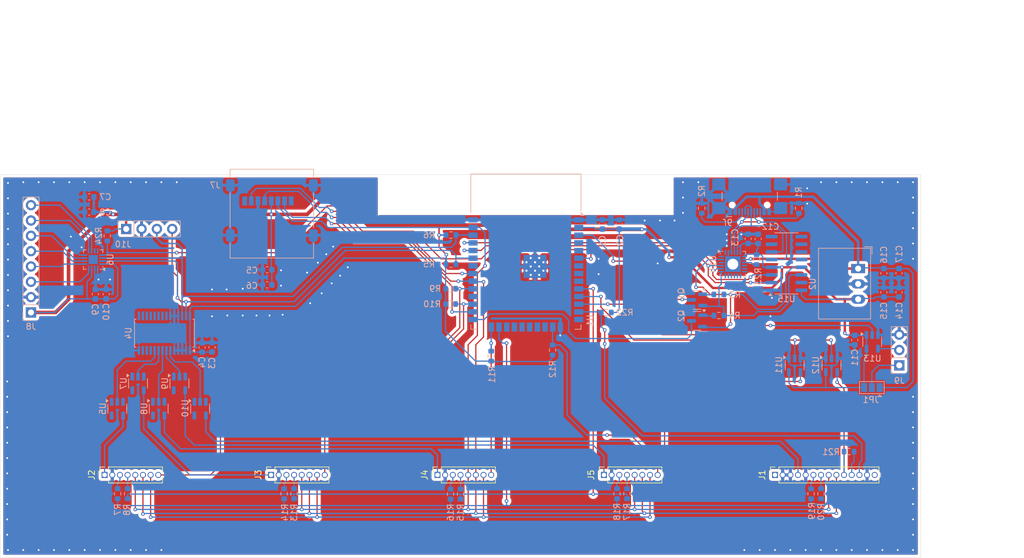
<source format=kicad_pcb>
(kicad_pcb (version 20240108) (generator "pcbnew") (generator_version "8.0")
  (layers (0 "F.Cu" signal) (31 "B.Cu" signal) (34 "B.Paste" user) (35 "F.Paste" user) (36 "B.SilkS" user "B.Silkscreen") (37 "F.SilkS" user "F.Silkscreen") (38 "B.Mask" user) (39 "F.Mask" user) (44 "Edge.Cuts" user))
  (net 0 "")
  (net 1 "/LED_PWM_4")
  (net 2 "GND")
  (net 3 "/IOVCC")
  (net 4 "Net-(J1-Pin_6)")
  (net 6 "/A0")
  (net 8 "Net-(J1-Pin_7)")
  (net 9 "/VCC")
  (net 10 "Net-(J2-Pin_3)")
  (net 11 "/VDD")
  (net 12 "/RS")
  (net 13 "/LED_PWM_0")
  (net 22 "/CS_MEM_1")
  (net 23 "+3.3V")
  (net 24 "/EN")
  (net 26 "/IO0")
  (net 30 "Net-(J2-Pin_4)")
  (net 31 "/LED_PWM_1")
  (net 32 "/CS_4")
  (net 33 "/SCLK")
  (net 34 "/MOSI")
  (net 35 "/CS_0")
  (net 36 "/CS_1")
  (net 37 "/CS_2")
  (net 38 "/CS_3")
  (net 39 "/MISO")
  (net 40 "/DC")
  (net 41 "Net-(J3-Pin_4)")
  (net 42 "Net-(J6-CC2)")
  (net 43 "Net-(U14-D+)")
  (net 44 "Net-(U14-D-)")
  (net 45 "Net-(J6-CC1)")
  (net 46 "Net-(U14-~{RST})")
  (net 47 "Net-(J3-Pin_3)")
  (net 48 "Net-(J4-Pin_4)")
  (net 49 "Net-(J4-Pin_3)")
  (net 50 "/LED_PWM_2")
  (net 53 "/LED_PWM_3")
  (net 54 "Net-(J5-Pin_3)")
  (net 55 "Net-(J5-Pin_4)")
  (net 56 "Net-(J8-Pin_5)")
  (net 57 "Net-(J8-Pin_8)")
  (net 58 "Net-(J8-Pin_7)")
  (net 59 "Net-(J8-Pin_6)")
  (net 64 "/POWER_USB/RTS")
  (net 65 "Net-(J8-Pin_4)")
  (net 66 "Net-(Q1-B)")
  (net 67 "/POWER_USB/DTR")
  (net 68 "Net-(Q2-B)")
  (net 69 "Net-(J8-Pin_3)")
  (net 70 "/SCL")
  (net 71 "/MCU_RXD")
  (net 72 "/MCU_TXD")
  (net 74 "/SDA")
  (net 75 "/DISP_POWER_EN")
  (net 76 "/~{RESET}")
  (net 77 "/uC/WakeUp_1")
  (net 78 "/uC/WakeUp_2")
  (net 79 "Net-(U10-A)")
  (net 84 "Net-(U4-LED1)")
  (net 89 "Net-(U4-LED3)")
  (net 91 "Net-(U4-LED2)")
  (net 97 "/~{INT_IO}")
  (net 110 "Net-(U4-LED4)")
  (net 111 "+5V")
  (net 113 "Net-(J9-Pin_2)")
  (net 114 "/WS28XX")
  (net 115 "Net-(J9-Pin_1)")
  (footprint "Connector_PinSocket_1.27mm:PinSocket_1x08_P1.27mm_Vertical" (layer "F.Cu") (at 110.485 125.984 90)
    (property "Reference" "J4")
    (property "Value" "Conn_01x08")
  )
  (footprint "Connector_PinSocket_1.27mm:PinSocket_1x14_P1.27mm_Vertical" (layer "F.Cu") (at 166.37 125.984 90)
    (property "Reference" "J1")
    (property "Value" "Conn_01x14")
  )
  (footprint "Connector_PinSocket_1.27mm:PinSocket_1x08_P1.27mm_Vertical" (layer "F.Cu") (at 82.931 125.984 90)
    (property "Reference" "J3")
    (property "Value" "Conn_01x08")
  )
  (footprint "Connector_PinSocket_1.27mm:PinSocket_1x08_P1.27mm_Vertical" (layer "F.Cu") (at 138.049 125.984 90)
    (property "Reference" "J5")
    (property "Value" "Conn_01x08")
  )
  (footprint "Connector_PinSocket_1.27mm:PinSocket_1x08_P1.27mm_Vertical" (layer "F.Cu") (at 55.367 125.984 90)
    (property "Reference" "J2")
    (property "Value" "Conn_01x08")
  )
  (footprint "Resistor_SMD:R_0603_1608Metric" (layer "B.Cu") (at 112.649 95.123)
    (property "Reference" "R9")
    (property "Value" "10k")
  )
  (footprint "Capacitor_SMD:C_0603_1608Metric" (layer "B.Cu") (at 53.848 96.025 90)
    (property "Reference" "C9")
    (property "Value" "100nF")
  )
  (footprint "RF_Module:ESP32-WROOM-32D" (layer "B.Cu") (at 125.122 91.967 180)
    (property "Reference" "U1")
    (property "Value" "ESP32-WROOM-32E")
  )
  (footprint "Capacitor_SMD:C_0603_1608Metric" (layer "B.Cu") (at 163.576 86.868 90)
    (property "Reference" "C12")
    (property "Value" "100nF")
  )
  (footprint "Package_TO_SOT_SMD:SOT-23" (layer "B.Cu") (at 153.4645 100.457 180)
    (property "Reference" "Q2")
    (property "Value" "BC847")
  )
  (footprint "Package_SO:TSSOP-28_4.4x9.7mm_P0.65mm" (layer "B.Cu") (at 65.278 102.489 90)
    (property "Reference" "U4")
    (property "Value" "PCA9635")
  )
  (footprint "Resistor_SMD:R_0603_1608Metric" (layer "B.Cu") (at 55.816 86.36 -90)
    (property "Reference" "R24")
    (property "Value" "10k")
  )
  (footprint "Capacitor_SMD:C_0603_1608Metric" (layer "B.Cu") (at 55.626 96.025 90)
    (property "Reference" "C10")
    (property "Value" "1u0")
  )
  (footprint "Resistor_SMD:R_0603_1608Metric" (layer "B.Cu") (at 163.322 90.297 90)
    (property "Reference" "R23")
    (property "Value" "12k")
  )
  (footprint "Capacitor_SMD:C_0603_1608Metric" (layer "B.Cu") (at 52.819 79.913 180)
    (property "Reference" "C7")
    (property "Value" "100nF")
  )
  (footprint "Package_TO_SOT_SMD:SOT-23-5" (layer "B.Cu") (at 71.185 115.0035 -90)
    (property "Reference" "U10")
    (property "Value" "NC7SZ125M5X")
  )
  (footprint "Connector_PinHeader_2.54mm:PinHeader_1x03_P2.54mm_Vertical" (layer "B.Cu") (at 186.944 107.823)
    (property "Reference" "J9")
    (property "Value" "Conn_01x03")
  )
  (footprint "Resistor_SMD:R_0603_1608Metric" (layer "B.Cu") (at 141.859 129.096 90)
    (property "Reference" "R17")
    (property "Value" "10k")
  )
  (footprint "Connector_USB:USB_C_Receptacle_GCT_USB4110" (layer "B.Cu") (at 162.179 78.659)
    (property "Reference" "J6")
    (property "Value" "USB_C_Receptacle_USB2.0_16P")
  )
  (footprint "Package_TO_SOT_SMD:SOT-23-5" (layer "B.Cu") (at 57.474 115.009 -90)
    (property "Reference" "U5")
    (property "Value" "NC7SZ125M5X")
  )
  (footprint "Resistor_SMD:R_0603_1608Metric" (layer "B.Cu") (at 178.626 122.111)
    (property "Reference" "R21")
    (property "Value" "10k")
  )
  (footprint "Package_TO_SOT_SMD:SOT-23-5" (layer "B.Cu") (at 169.627 107.8015 -90)
    (property "Reference" "U11")
    (property "Value" "NC7SZ125M5X")
  )
  (footprint "Capacitor_SMD:C_0603_1608Metric" (layer "B.Cu") (at 179.565 103.632 -90)
    (property "Reference" "C11")
    (property "Value" "100nF")
  )
  (footprint "Resistor_SMD:R_0603_1608Metric" (layer "B.Cu") (at 114.3 129.159 90)
    (property "Reference" "R15")
    (property "Value" "10k")
  )
  (footprint "Resistor_SMD:R_0603_1608Metric" (layer "B.Cu") (at 138.43 99.06 180)
    (property "Reference" "R22")
    (property "Value" "10k")
  )
  (footprint "Capacitor_SMD:C_0603_1608Metric" (layer "B.Cu") (at 73.156 104.8305 90)
    (property "Reference" "C3")
    (property "Value" "100nF")
  )
  (footprint "Resistor_SMD:R_0603_1608Metric" (layer "B.Cu") (at 57.531 129.096 90)
    (property "Reference" "R7")
    (property "Value" "10k")
  )
  (footprint "Package_SO:SOIC-16_3.9x9.9mm_P1.27mm" (layer "B.Cu") (at 168.275 90.932)
    (property "Reference" "U15")
    (property "Value" "CH340C")
  )
  (footprint "Capacitor_SMD:C_0603_1608Metric" (layer "B.Cu") (at 82.283 94.488 180)
    (property "Reference" "C6")
    (property "Value" "1u0")
  )
  (footprint "Resistor_SMD:R_0603_1608Metric" (layer "B.Cu") (at 112.649 129.159 90)
    (property "Reference" "R16")
    (property "Value" "10k")
  )
  (footprint "Package_TO_SOT_SMD:SOT-23-5" (layer "B.Cu") (at 67.761 110.818 -90)
    (property "Reference" "U9")
    (property "Value" "NC7SZ125M5X")
  )
  (footprint "Capacitor_SMD:C_0603_1608Metric" (layer "B.Cu") (at 161.925 86.855 90)
    (property "Reference" "C13")
    (property "Value" "1u0")
  )
  (footprint "Converter_DCDC:Converter_DCDC_RECOM_R-78E-0.5_THT" (layer "B.Cu") (at 180.1345 91.787 -90)
    (property "Reference" "U2")
    (property "Value" "R-78C3.3-1.0")
  )
  (footprint "Package_TO_SOT_SMD:SOT-23-5" (layer "B.Cu") (at 182.465 103.9255 -90)
    (property "Reference" "U13")
    (property "Value" "NC7SZ125M5X")
  )
  (footprint "Resistor_SMD:R_0603_1608Metric" (layer "B.Cu") (at 157.069 96.078 180)
    (property "Reference" "R3")
    (property "Value" "12k")
  )
  (footprint "Resistor_SMD:R_0603_1608Metric" (layer "B.Cu") (at 129.54 105.283 90)
    (property "Reference" "R12")
    (property "Value" "10k")
  )
  (footprint "Resistor_SMD:R_0603_1608Metric" (layer "B.Cu") (at 173.99 129.095 90)
    (property "Reference" "R20")
    (property "Value" "10k")
  )
  (footprint "Resistor_SMD:R_0603_1608Metric" (layer "B.Cu") (at 170.307 81.788 90)
    (property "Reference" "R1")
    (property "Value" "5k1")
  )
  (footprint "Resistor_SMD:R_0603_1608Metric" (layer "B.Cu") (at 59.182 129.095 90)
    (property "Reference" "R8")
    (property "Value" "10k")
  )
  (footprint "Package_TO_SOT_SMD:SOT-23" (layer "B.Cu") (at 153.4645 96.967 180)
    (property "Reference" "Q1")
    (property "Value" "BC847")
  )
  (footprint "Capacitor_SMD:C_0603_1608Metric" (layer "B.Cu") (at 186.899 92.562 -90)
    (property "Reference" "C17")
    (property "Value" "1u0")
  )
  (footprint "Capacitor_SMD:C_0603_1608Metric" (layer "B.Cu") (at 184.389 95.711 90)
    (property "Reference" "C15")
    (property "Value" "1u0")
  )
  (footprint "Resistor_SMD:R_0603_1608Metric" (layer "B.Cu") (at 112.713 86.233)
    (property "Reference" "R6")
    (property "Value" "10k")
  )
  (footprint "Capacitor_SMD:C_0603_1608Metric" (layer "B.Cu") (at 186.899 95.711 90)
    (property "Reference" "C14")
    (property "Value" "100nF")
  )
  (footprint "Capacitor_SMD:C_0603_1608Metric" (layer "B.Cu") (at 184.389 92.562 -90)
    (property "Reference" "C16")
    (property "Value" "100nF")
  )
  (footprint "Capacitor_SMD:C_0603_1608Metric" (layer "B.Cu") (at 71.505 104.8565 90)
    (property "Reference" "C4")
    (property "Value" "1u0")
  )
  (footprint "Package_TO_SOT_SMD:SOT-23-5" (layer "B.Cu") (at 64.327 114.998 -90)
    (property "Reference" "U8")
    (property "Value" "NC7SZ125M5X")
  )
  (footprint "Resistor_SMD:R_0603_1608Metric" (layer "B.Cu") (at 119.38 106.299 90)
    (property "Reference" "R11")
    (property "Value" "10k")
  )
  (footprint "Resistor_SMD:R_0603_1608Metric" (layer "B.Cu") (at 154.241 81.788 90)
    (property "Reference" "R2")
    (property "Value" "5k1")
  )
  (footprint "Capacitor_SMD:C_0603_1608Metric" (layer "B.Cu") (at 140.576 84.468 90)
    (property "Reference" "C2")
    (property "Value" "1u0")
  )
  (footprint "Resistor_SMD:R_0603_1608Metric" (layer "B.Cu") (at 112.649 97.663)
    (property "Reference" "R10")
    (property "Value" "10k")
  )
  (footprint "Package_TO_SOT_SMD:SOT-23-5" (layer "B.Cu") (at 175.723 107.8015 -90)
    (property "Reference" "U12")
    (property "Value" "NC7SZ125M5X")
  )
  (footprint "Resistor_SMD:R_0603_1608Metric" (layer "B.Cu") (at 157.069 99.571 180)
    (property "Reference" "R4")
    (property "Value" "12k")
  )
  (footprint "Capacitor_SMD:C_0603_1608Metric" (layer "B.Cu") (at 137.782 84.468 90)
    (property "Reference" "C1")
    (property "Value" "100nF")
  )
  (footprint "Resistor_SMD:R_0603_1608Metric" (layer "B.Cu") (at 85.09 129.096 90)
    (property "Reference" "R14")
    (property "Value" "10k")
  )
  (footprint "Capacitor_SMD:C_0603_1608Metric" (layer "B.Cu") (at 52.819 82.423 180)
    (property "Reference" "C8")
    (property "Value" "1u0")
  )
  (footprint "Package_DFN_QFN:QFN-24-1EP_4x4mm_P0.5mm_EP2.6x2.6mm" (layer "B.Cu") (at 159.4 91.044 -90)
    (property "Reference" "U14")
    (property "Value" "CP2102N-Axx-xQFN24")
  )
  (footprint "Connector_PinHeader_2.54mm:PinHeader_1x08_P2.54mm_Vertical" (layer "B.Cu") (at 43.18 99.06)
    (property "Reference" "J8")
    (property "Value" "Conn_01x08")
  )
  (footprint "Resistor_SMD:R_0603_1608Metric" (layer "B.Cu") (at 140.208 129.102161 90)
    (property "Reference" "R18")
    (property "Value" "10k")
  )
  (footprint "Connector_PinHeader_2.54mm:PinHeader_1x04_P2.54mm_Vertical" (layer "B.Cu") (at 58.948 85.217 -90)
    (property "Reference" "J10")
    (property "Value" "Conn_01x04")
  )
  (footprint "Resistor_SMD:R_0603_1608Metric" (layer "B.Cu") (at 112.713 91.059)
    (property "Reference" "R5")
    (property "Value" "10k")
  )
  (footprint "Capacitor_SMD:C_0603_1608Metric" (layer "B.Cu") (at 82.283 91.978 180)
    (property "Reference" "C5")
    (property "Value" "100nF")
  )
  (footprint "Jumper:SolderJumper-3_P1.3mm_Open_Pad1.0x1.5mm" (layer "B.Cu") (at 182.402 111.506 180)
    (property "Reference" "JP1")
    (property "Value" "SolderJumper_3_Open")
  )
  (footprint "Package_TO_SOT_SMD:SOT-23-5" (layer "B.Cu") (at 60.903 110.818 -90)
    (property "Reference" "U7")
    (property "Value" "NC7SZ125M5X")
  )
  (footprint "Package_DFN_QFN:HVQFN-16-1EP_3x3mm_P0.5mm_EP1.5x1.5mm" (layer "B.Cu") (at 53.473 90.291 90)
    (property "Reference" "U6")
    (property "Value" "PCA9583A")
  )
  (footprint "Resistor_SMD:R_0603_1608Metric" (layer "B.Cu") (at 172.339 129.095 90)
    (property "Reference" "R19")
    (property "Value" "10k")
  )
  (footprint "Connector_Card:microSD_HC_Molex_47219-2001" (layer "B.Cu") (at 83.058 82.677 180)
    (property "Reference" "J7")
    (property "Value" "Micro_SD_Card")
  )
  (footprint "Resistor_SMD:R_0603_1608Metric" (layer "B.Cu") (at 86.741 129.096 90)
    (property "Reference" "R13")
    (property "Value" "10k")
  )
  (gr_rect (start 38.1 76.2) (end 190.5 139.7) (stroke (width 0.05)) (fill none) (layer "Edge.Cuts"))
  (segment (start 167.259 120.396) (end 170.18 123.317) (width 0.2) (layer "B.Cu") (net 1))
  (segment (start 72.135 116.141) (end 72.135 118.871) (width 0.2) (layer "B.Cu") (net 1))
  (segment (start 170.18 123.317) (end 170.18 125.984) (width 0.2) (layer "B.Cu") (net 1))
  (segment (start 72.135 118.871) (end 73.66 120.396) (width 0.2) (layer "B.Cu") (net 1))
  (segment (start 73.66 120.396) (end 167.259 120.396) (width 0.2) (layer "B.Cu") (net 1))
  (segment (start 61.488 83.927) (end 61.595 83.82) (width 0.2) (layer "F.Cu") (net 2))
  (segment (start 61.468 87.503) (end 61.488 87.483) (width 0.2) (layer "F.Cu") (net 2))
  (segment (start 171.45 125.984) (end 171.45 123.825) (width 0.25) (layer "F.Cu") (net 2))
  (segment (start 171.45 127.127) (end 170.942 127.635) (width 0.25) (layer "F.Cu") (net 2))
  (segment (start 159.385 91.059) (end 160.147 90.297) (width 0.2) (layer "F.Cu") (net 2))
  (segment (start 171.45 123.825) (end 171.577 123.698) (width 0.25) (layer "F.Cu") (net 2))
  (segment (start 61.488 85.217) (end 61.488 83.927) (width 0.2) (layer "F.Cu") (net 2))
  (segment (start 171.45 125.984) (end 171.45 127.127) (width 0.25) (layer "F.Cu") (net 2))
  (segment (start 61.488 85.217) (end 61.488 87.483) (width 0.2) (layer "F.Cu") (net 2))
  (via (at 189.23 115.57) (size 0.6) (drill 0.3) (layers "F.Cu" "B.Cu") (net 2))
  (via (at 165.862 96.647) (size 0.6) (drill 0.3) (layers "F.Cu" "B.Cu") (net 2))
  (via (at 184.15 77.47) (size 0.6) (drill 0.3) (layers "F.Cu" "B.Cu") (net 2))
  (via (at 46.99 77.47) (size 0.6) (drill 0.3) (layers "F.Cu" "B.Cu") (net 2))
  (via (at 39.243 130.81) (size 0.6) (drill 0.3) (layers "F.Cu" "B.Cu") (net 2))
  (via (at 189.23 113.03) (size 0.6) (drill 0.3) (layers "F.Cu" "B.Cu") (net 2))
  (via (at 179.07 138.43) (size 0.6) (drill 0.3) (layers "F.Cu" "B.Cu") (net 2))
  (via (at 149.733 83.82) (size 0.6) (drill 0.3) (layers "F.Cu" "B.Cu") (net 2))
  (via (at 189.23 125.73) (size 0.6) (drill 0.3) (layers "F.Cu" "B.Cu") (net 2))
  (via (at 59.69 138.43) (size 0.6) (drill 0.3) (layers "F.Cu" "B.Cu") (net 2))
  (via (at 189.23 82.55) (size 0.6) (drill 0.3) (layers "F.Cu" "B.Cu") (net 2))
  (via (at 67.31 77.47) (size 0.6) (drill 0.3) (layers "F.Cu" "B.Cu") (net 2))
  (via (at 189.23 128.27) (size 0.6) (drill 0.3) (layers "F.Cu" "B.Cu") (net 2))
  (via (at 78.232 95.123) (size 0.6) (drill 0.3) (layers "F.Cu" "B.Cu") (net 2))
  (via (at 92.964 94.234) (size 0.6) (drill 0.3) (layers "F.Cu" "B.Cu") (net 2))
  (via (at 130.81 102.87) (size 0.6) (drill 0.3) (layers "F.Cu" "B.Cu") (net 2))
  (via (at 39.243 110.49) (size 0.6) (drill 0.3) (layers "F.Cu" "B.Cu") (net 2))
  (via (at 189.23 87.63) (size 0.6) (drill 0.3) (layers "F.Cu" "B.Cu") (net 2))
  (via (at 91.313 95.885) (size 0.6) (drill 0.3) (layers "F.Cu" "B.Cu") (net 2))
  (via (at 179.07 77.47) (size 0.6) (drill 0.3) (layers "F.Cu" "B.Cu") (net 2))
  (via (at 39.37 87.757) (size 0.6) (drill 0.3) (layers "F.Cu" "B.Cu") (net 2))
  (via (at 56.261 93.599) (size 0.6) (drill 0.3) (layers "F.Cu" "B.Cu") (net 2))
  (via (at 39.37 97.917) (size 0.6) (drill 0.3) (layers "F.Cu" "B.Cu") (net 2))
  (via (at 137.16 92.71) (size 0.6) (drill 0.3) (layers "F.Cu" "B.Cu") (net 2))
  (via (at 39.243 123.19) (size 0.6) (drill 0.3) (layers "F.Cu" "B.Cu") (net 2))
  (via (at 90.678 90.805) (size 0.6) (drill 0.3) (layers "F.Cu" "B.Cu") (net 2))
  (via (at 166.37 138.43) (size 0.6) (drill 0.3) (layers "F.Cu" "B.Cu") (net 2))
  (via (at 39.243 118.11) (size 0.6) (drill 0.3) (layers "F.Cu" "B.Cu") (net 2))
  (via (at 171.704 78.486) (size 0.6) (drill 0.3) (layers "F.Cu" "B.Cu") (net 2))
  (via (at 39.37 90.297) (size 0.6) (drill 0.3) (layers "F.Cu" "B.Cu") (net 2))
  (via (at 189.23 118.11) (size 0.6) (drill 0.3) (layers "F.Cu" "B.Cu") (net 2))
  (via (at 39.37 80.137) (size 0.6) (drill 0.3) (layers "F.Cu" "B.Cu") (net 2))
  (via (at 189.23 120.65) (size 0.6) (drill 0.3) (layers "F.Cu" "B.Cu") (net 2))
  (via (at 189.23 80.01) (size 0.6) (drill 0.3) (layers "F.Cu" "B.Cu") (net 2))
  (via (at 59.69 77.47) (size 0.6) (drill 0.3) (layers "F.Cu" "B.Cu") (net 2))
  (via (at 39.243 115.57) (size 0.6) (drill 0.3) (layers "F.Cu" "B.Cu") (net 2))
  (via (at 189.23 138.43) (size 0.6) (drill 0.3) (layers "F.Cu" "B.Cu") (net 2))
  (via (at 39.243 125.73) (size 0.6) (drill 0.3) (layers "F.Cu" "B.Cu") (net 2))
  (via (at 93.218 88.138) (size 0.6) (drill 0.3) (layers "F.Cu" "B.Cu") (net 2))
  (via (at 84.582 94.615) (size 0.6) (drill 0.3) (layers "F.Cu" "B.Cu") (net 2))
  (via (at 39.37 82.677) (size 0.6) (drill 0.3) (layers "F.Cu" "B.Cu") (net 2))
  (via (at 159.385 91.059) (size 2.5) (drill 1.8) (layers "F.Cu" "B.Cu") (net 2))
  (via (at 189.23 130.81) (size 0.6) (drill 0.3) (layers "F.Cu" "B.Cu") (net 2))
  (via (at 144.78 83.82) (size 0.6) (drill 0.3) (layers "F.Cu" "B.Cu") (net 2))
  (via (at 186.69 138.43) (size 0.6) (drill 0.3) (layers "F.Cu" "B.Cu") (net 2))
  (via (at 49.53 77.47) (size 0.6) (drill 0.3) (layers "F.Cu" "B.Cu") (net 2))
  (via (at 75.692 99.568) (size 0.6) (drill 0.3) (layers "F.Cu" "B.Cu") (net 2))
  (via (at 64.77 77.47) (size 0.6) (drill 0.3) (layers "F.Cu" "B.Cu") (net 2))
  (via (at 84.836 99.441) (size 0.6) (drill 0.3) (layers "F.Cu" "B.Cu") (net 2))
  (via (at 39.243 128.27) (size 0.6) (drill 0.3) (layers "F.Cu" "B.Cu") (net 2))
  (via (at 49.784 86.487) (size 0.6) (drill 0.3) (layers "F.Cu" "B.Cu") (net 2))
  (via (at 189.23 123.19) (size 0.6) (drill 0.3) (layers "F.Cu" "B.Cu") (net 2))
  (via (at 189.23 85.09) (size 0.6) (drill 0.3) (layers "F.Cu" "B.Cu") (net 2))
  (via (at 95.631 91.567) (size 0.6) (drill 0.3) (layers "F.Cu" "B.Cu") (net 2))
  (via (at 146.939 90.932) (size 0.6) (drill 0.3) (layers "F.Cu" "B.Cu") (net 2))
  (via (at 153.67 77.47) (size 0.6) (drill 0.3) (layers "F.Cu" "B.Cu") (net 2))
  (via (at 39.37 95.377) (size 0.6) (drill 0.3) (layers "F.Cu" "B.Cu") (net 2))
  (via (at 163.83 138.43) (size 0.6) (drill 0.3) (layers "F.Cu" "B.Cu") (net 2))
  (via (at 39.243 133.35) (size 0.6) (drill 0.3) (layers "F.Cu" "B.Cu") (net 2))
  (via (at 73.152 95.25) (size 0.6) (drill 0.3) (layers "F.Cu" "B.Cu") (net 2))
  (via (at 94.361 92.964) (size 0.6) (drill 0.3) (layers "F.Cu" "B.Cu") (net 2))
  (via (at 165.608 99.695) (size 0.6) (drill 0.3) (layers "F.Cu" "B.Cu") (net 2))
  (via (at 82.677 99.568) (size 0.6) (drill 0.3) (layers "F.Cu" "B.Cu") (net 2))
  (via (at 189.23 90.17) (size 0.6) (drill 0.3) (layers "F.Cu" "B.Cu") (net 2))
  (via (at 78.232 99.568) (size 0.6) (drill 0.3) (layers "F.Cu" "B.Cu") (net 2))
  (via (at 39.243 135.89) (size 0.6) (drill 0.3) (layers "F.Cu" "B.Cu") (net 2))
  (via (at 54.61 138.43) (size 0.6) (drill 0.3) (layers "F.Cu" "B.Cu") (net 2))
  (via (at 57.15 138.43) (size 0.6) (drill 0.3) (layers "F.Cu" "B.Cu") (net 2))
  (via (at 92.075 89.408) (size 0.6) (drill 0.3) (layers "F.Cu" "B.Cu") (net 2))
  (via (at 46.99 138.43) (size 0.6) (drill 0.3) (layers "F.Cu" "B.Cu") (net 2))
  (via (at 64.77 138.43) (size 0.6) (drill 0.3) (layers "F.Cu" "B.Cu") (net 2))
  (via (at 39.37 77.597) (size 0.6) (drill 0.3) (layers "F.Cu" "B.Cu") (net 2))
  (via (at 160.782 86.106) (size 0.6) (drill 0.3) (layers "F.Cu" "B.Cu") (net 2))
  (via (at 39.37 92.837) (size 0.6) (drill 0.3) (layers "F.Cu" "B.Cu") (net 2))
  (via (at 54.61 77.47) (size 0.6) (drill 0.3) (layers "F.Cu" "B.Cu") (net 2))
  (via (at 62.23 138.43) (size 0.6) (drill 0.3) (layers "F.Cu" "B.Cu") (net 2))
  (via (at 189.23 77.47) (size 0.6) (drill 0.3) (layers "F.Cu" "B.Cu") (net 2))
  (via (at 158.369 88.011) (size 0.6) (drill 0.3) (layers "F.Cu" "B.Cu") (net 2))
  (via (at 52.07 138.43) (size 0.6) (drill 0.3) (layers "F.Cu" "B.Cu") (net 2))
  (via (at 51.562 88.265) (size 0.6) (drill 0.3) (layers "F.Cu" "B.Cu") (net 2))
  (via (at 39.37 102.997) (size 0.6) (drill 0.3) (layers "F.Cu" "B.Cu") (net 2))
  (via (at 161.29 138.43) (size 0.6) (drill 0.3) (layers "F.Cu" "B.Cu") (net 2))
  (via (at 151.13 80.01) (size 0.6) (drill 0.3) (layers "F.Cu" "B.Cu") (net 2))
  (via (at 44.45 138.43) (size 0.6) (drill 0.3) (layers "F.Cu" "B.Cu") (net 2))
  (via (at 62.23 77.47) (size 0.6) (drill 0.3) (layers "F.Cu" "B.Cu") (net 2))
  (via (at 176.53 77.47) (size 0.6) (drill 0.3) (layers "F.Cu" "B.Cu") (net 2))
  (via (at 181.61 138.43) (size 0.6) (drill 0.3) (layers "F.Cu" "B.Cu") (net 2))
  (via (at 176.53 138.43) (size 0.6) (drill 0.3) (layers "F.Cu" "B.Cu") (net 2))
  (via (at 173.99 77.47) (size 0.6) (drill 0.3) (layers "F.Cu" "B.Cu") (net 2))
  (via (at 52.07 77.47) (size 0.6) (drill 0.3) (layers "F.Cu" "B.Cu") (net 2))
  (via (at 147.32 83.82) (size 0.6) (drill 0.3) (layers "F.Cu" "B.Cu") (net 2))
  (via (at 171.704 81.026) (size 0.6) (drill 0.3) (layers "F.Cu" "B.Cu") (net 2))
  (via (at 39.243 113.03) (size 0.6) (drill 0.3) (layers "F.Cu" "B.Cu") (net 2))
  (via (at 88.9 92.456) (size 0.6) (drill 0.3) (layers "F.Cu" "B.Cu") (net 2))
  (via (at 189.23 135.89) (size 0.6) (drill 0.3) (layers "F.Cu" "B.Cu") (net 2))
  (via (at 151.13 82.55) (size 0.6) (drill 0.3) (layers "F.Cu" "B.Cu") (net 2))
  (via (at 181.61 77.47) (size 0.6) (drill 0.3) (layers "F.Cu" "B.Cu") (net 2))
  (via (at 44.45 77.47) (size 0.6) (drill 0.3) (layers "F.Cu" "B.Cu") (net 2))
  (via (at 171.45 138.43) (size 0.6) (drill 0.3) (layers "F.Cu" "B.Cu") (net 2))
  (via (at 41.91 77.47) (size 0.6) (drill 0.3) (layers "F.Cu" "B.Cu") (net 2))
  (via (at 158.369 86.106) (size 0.6) (drill 0.3) (layers "F.Cu" "B.Cu") (net 2))
  (via (at 39.37 138.43) (size 0.6) (drill 0.3) (layers "F.Cu" "B.Cu") (net 2))
  (via (at 189.23 133.35) (size 0.6) (drill 0.3) (layers "F.Cu" "B.Cu") (net 2))
  (via (at 54.356 93.599) (size 0.6) (drill 0.3) (layers "F.Cu" "B.Cu") (net 2))
  (via (at 41.91 138.43) (size 0.6) (drill 0.3) (layers "F.Cu" "B.Cu") (net 2))
  (via (at 57.15 77.47) (size 0.6) (drill 0.3) (layers "F.Cu" "B.Cu") (net 2))
  (via (at 73.152 99.695) (size 0.6) (drill 0.3) (layers "F.Cu" "B.Cu") (net 2))
  (via (at 49.53 138.43) (size 0.6) (drill 0.3) (layers "F.Cu" "B.Cu") (net 2))
  (via (at 84.582 92.075) (size 0.6) (drill 0.3) (layers "F.Cu" "B.Cu") (net 2))
  (via (at 168.91 138.43) (size 0.6) (drill 0.3) (layers "F.Cu" "B.Cu") (net 2))
  (via (at 39.243 120.65) (size 0.6) (drill 0.3) (layers "F.Cu" "B.Cu") (net 2))
  (via (at 184.15 138.43) (size 0.6) (drill 0.3) (layers "F.Cu" "B.Cu") (net 2))
  (via (at 89.408 97.536) (size 0.6) (drill 0.3) (layers "F.Cu" "B.Cu") (net 2))
  (via (at 137.16 90.17) (size 0.6) (drill 0.3) (layers "F.Cu" "B.Cu") (net 2))
  (via (at 186.69 77.47) (size 0.6) (drill 0.3) (layers "F.Cu" "B.Cu") (net 2))
  (via (at 75.565 95.25) (size 0.6) (drill 0.3) (layers "F.Cu" "B.Cu") (net 2))
  (via (at 151.13 77.47) (size 0.6) (drill 0.3) (layers "F.Cu" "B.Cu") (net 2))
  (via (at 39.37 85.217) (size 0.6) (drill 0.3) (layers "F.Cu" "B.Cu") (net 2))
  (via (at 80.518 99.568) (size 0.6) (drill 0.3) (layers "F.Cu" "B.Cu") (net 2))
  (via (at 158.369 87.122) (size 0.6) (drill 0.3) (layers "F.Cu" "B.Cu") (net 2))
  (via (at 39.37 100.457) (size 0.6) (drill 0.3) (layers "F.Cu" "B.Cu") (net 2))
  (via (at 173.99 138.43) (size 0.6) (drill 0.3) (layers "F.Cu" "B.Cu") (net 2))
  (segment (start 174.773 106.664) (end 174.773 107.802) (width 0.2) (layer "B.Cu") (net 2))
  (segment (start 158.623 89.1335) (end 158.623 90.267) (width 0.2) (layer "B.Cu") (net 2))
  (segment (start 167.703 80.963) (end 170.307 80.963) (width 0.2) (layer "B.Cu") (net 2))
  (segment (start 174.773 107.802) (end 174.752 107.823) (width 0.2) (layer "B.Cu") (net 2))
  (segment (start 54.223 93.466) (end 54.356 93.599) (width 0.25) (layer "B.Cu") (net 2))
  (segment (start 184.008 94.2) (end 180.071 94.2) (width 0.2) (layer "B.Cu") (net 2))
  (segment (start 170.577 107.712) (end 170.688 107.823) (width 0.2) (layer "B.Cu") (net 2))
  (segment (start 67.06 98.1125) (end 67.441 98.1125) (width 0.2) (layer "B.Cu") (net 2))
  (segment (start 53.723 91.7285) (end 53.723 95.125) (width 0.2) (layer "B.Cu") (net 2))
  (segment (start 171.052 77.834) (end 171.704 78.486) (width 0.4) (layer "B.Cu") (net 2))
  (segment (start 160.808 86.08) (end 160.782 86.106) (width 0.2) (layer "B.Cu") (net 2))
  (segment (start 170.577 106.664) (end 170.577 107.712) (width 0.2) (layer "B.Cu") (net 2))
  (segment (start 184.389 94.073) (end 184.135 94.073) (width 0.2) (layer "B.Cu") (net 2))
  (segment (start 161.938 86.093) (end 161.925 86.08) (width 0.2) (layer "B.Cu") (net 2))
  (segment (start 68.711 103.9545) (end 67.553 103.9545) (width 0.2) (layer "B.Cu") (net 2))
  (segment (start 168.677 106.664) (end 168.677 107.463) (width 0.2) (layer "B.Cu") (net 2))
  (segment (start 80.763 94.352) (end 80.899 94.488) (width 0.2) (layer "B.Cu") (net 2))
  (segment (start 73.156 104.0555) (end 71.531 104.0555) (width 0.2) (layer "B.Cu") (net 2))
  (segment (start 161.925 86.08) (end 160.808 86.08) (width 0.2) (layer "B.Cu") (net 2))
  (segment (start 49.784 86.487) (end 49.784 88.138) (width 0.2) (layer "B.Cu") (net 2))
  (segment (start 167.386 81.667) (end 167.386 81.28) (width 0.2) (layer "B.Cu") (net 2))
  (segment (start 42.926 96.52) (end 40.259 96.52) (width 0.4) (layer "B.Cu") (net 2))
  (segment (start 66.298 98.1125) (end 67.06 98.1125) (width 0.2) (layer "B.Cu") (net 2))
  (segment (start 165.379 82.339) (end 166.714 82.339) (width 0.2) (layer "B.Cu") (net 2))
  (segment (start 158.65 89.1065) (end 158.623 89.1335) (width 0.2) (layer "B.Cu") (net 2))
  (segment (start 68.853 105.3515) (end 68.853 104.0965) (width 0.2) (layer "B.Cu") (net 2))
  (segment (start 67.553 105.3515) (end 67.553 103.9545) (width 0.2) (layer "B.Cu") (net 2))
  (segment (start 170.688 107.823) (end 174.752 107.823) (width 0.2) (layer "B.Cu") (net 2))
  (segment (start 184.389 93.337) (end 186.899 93.337) (width 0.2) (layer "B.Cu") (net 2))
  (segment (start 80.899 94.488) (end 81.508 94.488) (width 0.2) (layer "B.Cu") (net 2))
  (segment (start 66.903 105.3515) (end 66.903 104.1115) (width 0.2) (layer "B.Cu") (net 2))
  (segment (start 186.944 102.743) (end 183.46 102.743) (width 0.2) (layer "B.Cu") (net 2))
  (segment (start 66.253 99.6265) (end 66.253 98.1575) (width 0.2) (layer "B.Cu") (net 2))
  (segment (start 163.576 86.093) (end 161.938 86.093) (width 0.2) (layer "B.Cu") (net 2))
  (segment (start 81.508 91.978) (end 80.793 91.978) (width 0.2) (layer "B.Cu") (net 2))
  (segment (start 68.853 104.0965) (end 68.711 103.9545) (width 0.2) (layer "B.Cu") (net 2))
  (segment (start 67.553 103.9545) (end 67.553 99.6265) (width 0.2) (layer "B.Cu") (net 2))
  (segment (start 183.46 102.743) (end 183.415 102.788) (width 0.2) (layer "B.Cu") (net 2))
  (segment (start 186.899 93.337) (end 186.899 94.936) (width 0.2) (layer "B.Cu") (net 2))
  (segment (start 67.553 98.2245) (end 67.553 99.6265) (width 0.2) (layer "B.Cu") (net 2))
  (segment (start 184.389 93.337) (end 184.389 94.073) (width 0.2) (layer "B.Cu") (net 2))
  (segment (start 167.289 81.764) (end 167.386 81.667) (width 0.2) (layer "B.Cu") (net 2))
  (segment (start 67.441 98.1125) (end 67.553 98.2245) (width 0.2) (layer "B.Cu") (net 2))
  (segment (start 80.763 91.948) (end 80.763 94.352) (width 0.2) (layer "B.Cu") (net 2))
  (segment (start 184.389 94.073) (end 184.389 94.936) (width 0.2) (layer "B.Cu") (net 2))
  (segment (start 43.18 96.52) (end 43.307 96.52) (width 0.4) (layer "B.Cu") (net 2))
  (segment (start 168.677 107.463) (end 169.037 107.823) (width 0.2) (layer "B.Cu") (net 2))
  (segment (start 176.673 107.553) (end 176.673 106.664) (width 0.2) (layer "B.Cu") (net 2))
  (segment (start 66.903 99.6265) (end 66.903 98.2695) (width 0.2) (layer "B.Cu") (net 2))
  (segment (start 166.714 82.339) (end 167.289 81.764) (width 0.2) (layer "B.Cu") (net 2))
  (segment (start 176.403 107.823) (end 176.673 107.553) (width 0.2) (layer "B.Cu") (net 2))
  (segment (start 137.758 83.717) (end 137.782 83.693) (width 0.2) (layer "B.Cu") (net 2))
  (segment (start 54.223 91.7285) (end 54.223 93.466) (width 0.25) (layer "B.Cu") (net 2))
  (segment (start 169.037 107.823) (end 170.688 107.823) (width 0.2) (layer "B.Cu") (net 2))
  (segment (start 67.06 103.9545) (end 67.553 103.9545) (width 0.2) (layer "B.Cu") (net 2))
  (segment (start 43.18 96.52) (end 42.926 96.52) (width 0.4) (layer "B.Cu") (net 2))
  (segment (start 66.903 104.1115) (end 67.06 103.9545) (width 0.2) (layer "B.Cu") (net 2))
  (segment (start 167.386 81.28) (end 167.703 80.963) (width 0.2) (layer "B.Cu") (net 2))
  (segment (start 43.307 96.52) (end 45.847 96.52) (width 0.4) (layer "B.Cu") (net 2))
  (segment (start 137.782 83.693) (end 140.576 83.693) (width 0.2) (layer "B.Cu") (net 2))
  (segment (start 68.203 105.3515) (end 68.203 103.9545) (width 0.2) (layer "B.Cu") (net 2))
  (segment (start 184.135 94.073) (end 184.008 94.2) (width 0.2) (layer "B.Cu") (net 2))
  (segment (start 53.723 95.125) (end 53.848 95.25) (width 0.2) (layer "B.Cu") (net 2))
  (segment (start 80.793 91.978) (end 80.763 91.948) (width 0.2) (layer "B.Cu") (net 2))
  (segment (start 66.253 98.1575) (end 66.298 98.1125) (width 0.2) (layer "B.Cu") (net 2))
  (segment (start 174.752 107.823) (end 176.403 107.823) (width 0.2) (layer "B.Cu") (net 2))
  (segment (start 51.187 89.541) (end 52.0355 89.541) (width 0.2) (layer "B.Cu") (net 2))
  (segment (start 80.763 80.577) (end 80.763 91.948) (width 0.2) (layer "B.Cu") (net 2))
  (segment (start 158.623 90.267) (end 159.4 91.044) (width 0.2) (layer "B.Cu") (net 2))
  (segment (start 133.872 83.717) (end 137.758 83.717) (width 0.2) (layer "B.Cu") (net 2))
  (segment (start 66.903 98.2695) (end 67.06 98.1125) (width 0.2) (layer "B.Cu") (net 2))
  (segment (start 71.531 104.0555) (end 71.505 104.0815) (width 0.2) (layer "B.Cu") (net 2))
  (segment (start 167.289 77.834) (end 171.052 77.834) (width 0.4) (layer "B.Cu") (net 2))
  (segment (start 49.784 88.138) (end 51.187 89.541) (width 0.2) (layer "B.Cu") (net 2))
  (segment (start 179.451 123.825) (end 179.451 122.111) (width 0.2) (layer "B.Cu") (net 3))
  (segment (start 179.07 124.206) (end 179.451 123.825) (width 0.2) (layer "B.Cu") (net 3))
  (segment (start 179.07 125.984) (end 179.07 124.206) (width 0.2) (layer "B.Cu") (net 3))
  (segment (start 172.339 128.27) (end 172.339 127.254) (width 0.2) (layer "B.Cu") (net 4))
  (segment (start 172.339 127.254) (end 172.72 126.873) (width 0.2) (layer "B.Cu") (net 4))
  (segment (start 172.72 126.873) (end 172.72 125.984) (width 0.2) (layer "B.Cu") (net 4))
  (segment (start 173.99 128.27) (end 173.99 125.984) (width 0.2) (layer "B.Cu") (net 8))
  (segment (start 177.8 111.76) (end 177.8 125.984) (width 0.2) (layer "F.Cu") (net 9))
  (segment (start 176.657 110.617) (end 177.8 111.76) (width 0.2) (layer "F.Cu") (net 9))
  (via (at 176.657 110.617) (size 0.6) (drill 0.3) (layers "F.Cu" "B.Cu") (net 9))
  (segment (start 176.673 110.601) (end 176.657 110.617) (width 0.2) (layer "B.Cu") (net 9))
  (segment (start 177.8 125.984) (end 177.8 122.112) (width 0.2) (layer "B.Cu") (net 9))
  (segment (start 176.673 108.939) (end 176.673 110.601) (width 0.2) (layer "B.Cu") (net 9))
  (segment (start 57.907 126.878) (end 57.907 125.984) (width 0.2) (layer "B.Cu") (net 10))
  (segment (start 57.531 128.271) (end 57.531 127.254) (width 0.2) (layer "B.Cu") (net 10))
  (segment (start 57.912 125.979) (end 57.907 125.984) (width 0.2) (layer "B.Cu") (net 10))
  (segment (start 57.531 127.254) (end 57.907 126.878) (width 0.2) (layer "B.Cu") (net 10))
  (segment (start 62.992 132.969) (end 62.987 132.964) (width 0.2) (layer "F.Cu") (net 11))
  (segment (start 62.987 132.964) (end 62.987 125.984) (width 0.2) (layer "F.Cu") (net 11))
  (segment (start 118.11 132.969) (end 118.105 132.964) (width 0.2) (layer "F.Cu") (net 11))
  (segment (start 148.082 127.635) (end 145.669 127.635) (width 0.2) (layer "F.Cu") (net 11))
  (segment (start 118.105 132.964) (end 118.105 125.984) (width 0.2) (layer "F.Cu") (net 11))
  (segment (start 145.669 127.635) (end 145.669 132.969) (width 0.2) (layer "F.Cu") (net 11))
  (segment (start 149.606 110.49) (end 148.082 112.014) (width 0.2) (layer "F.Cu") (net 11))
  (segment (start 90.551 132.969) (end 90.551 125.984) (width 0.2) (layer "F.Cu") (net 11))
  (segment (start 148.082 112.014) (end 148.082 127.635) (width 0.2) (layer "F.Cu") (net 11))
  (segment (start 145.669 127.635) (end 145.669 125.984) (width 0.2) (layer "F.Cu") (net 11))
  (segment (start 170.561 110.49) (end 149.606 110.49) (width 0.2) (layer "F.Cu") (net 11))
  (via (at 62.992 132.969) (size 0.6) (drill 0.3) (layers "F.Cu" "B.Cu") (net 11))
  (via (at 145.669 132.969) (size 0.6) (drill 0.3) (layers "F.Cu" "B.Cu") (net 11))
  (via (at 90.551 132.969) (size 0.6) (drill 0.3) (layers "F.Cu" "B.Cu") (net 11))
  (via (at 118.11 132.969) (size 0.6) (drill 0.3) (layers "F.Cu" "B.Cu") (net 11))
  (via (at 170.561 110.49) (size 0.6) (drill 0.3) (layers "F.Cu" "B.Cu") (net 11))
  (segment (start 170.577 110.474) (end 170.561 110.49) (width 0.2) (layer "B.Cu") (net 11))
  (segment (start 118.11 132.969) (end 90.551 132.969) (width 0.2) (layer "B.Cu") (net 11))
  (segment (start 118.11 132.969) (end 118.115 132.964) (width 0.2) (layer "B.Cu") (net 11))
  (segment (start 90.551 132.969) (end 62.992 132.969) (width 0.2) (layer "B.Cu") (net 11))
  (segment (start 118.115 132.964) (end 145.664 132.964) (width 0.2) (layer "B.Cu") (net 11))
  (segment (start 145.664 132.964) (end 145.669 132.969) (width 0.2) (layer "B.Cu") (net 11))
  (segment (start 170.577 108.939) (end 170.577 110.474) (width 0.2) (layer "B.Cu") (net 11))
  (segment (start 136.271 95.123) (end 136.271 129.159) (width 0.2) (layer "F.Cu") (net 12))
  (via (at 136.271 129.159) (size 0.6) (drill 0.3) (layers "F.Cu" "B.Cu") (net 12))
  (via (at 136.271 95.123) (size 0.6) (drill 0.3) (layers "F.Cu" "B.Cu") (net 12))
  (segment (start 136.247 95.147) (end 133.872 95.147) (width 0.2) (layer "B.Cu") (net 12))
  (segment (start 114.3 129.159) (end 86.741 129.159) (width 0.2) (layer "B.Cu") (net 12))
  (segment (start 114.3 129.984) (end 114.3 129.159) (width 0.2) (layer "B.Cu") (net 12))
  (segment (start 141.859 129.159) (end 136.271 129.159) (width 0.2) (layer "B.Cu") (net 12))
  (segment (start 136.271 129.159) (end 114.3 129.159) (width 0.2) (layer "B.Cu") (net 12))
  (segment (start 59.182 129.159) (end 59.182 129.92) (width 0.2) (layer "B.Cu") (net 12))
  (segment (start 86.741 129.921) (end 86.741 129.159) (width 0.2) (layer "B.Cu") (net 12))
  (segment (start 86.741 129.159) (end 59.182 129.159) (width 0.2) (layer "B.Cu") (net 12))
  (segment (start 136.271 95.123) (end 136.247 95.147) (width 0.2) (layer "B.Cu") (net 12))
  (segment (start 141.859 129.921) (end 141.859 129.159) (width 0.2) (layer "B.Cu") (net 12))
  (segment (start 58.424 116.1465) (end 58.424 118.0515) (width 0.2) (layer "B.Cu") (net 13))
  (segment (start 58.424 118.0515) (end 55.367 121.1085) (width 0.2) (layer "B.Cu") (net 13))
  (segment (start 55.367 121.1085) (end 55.367 125.984) (width 0.2) (layer "B.Cu") (net 13))
  (segment (start 96.647 87.122) (end 105.283 87.122) (width 0.2) (layer "F.Cu") (net 22))
  (segment (start 112.903 94.742) (end 112.903 98.957) (width 0.2) (layer "F.Cu") (net 22))
  (segment (start 92.964 84.328) (end 93.853 84.328) (width 0.2) (layer "F.Cu") (net 22))
  (segment (start 93.853 84.328) (end 96.647 87.122) (width 0.2) (layer "F.Cu") (net 22))
  (segment (start 105.283 87.122) (end 112.903 94.742) (width 0.2) (layer "F.Cu") (net 22))
  (via (at 92.964 84.328) (size 0.6) (drill 0.3) (layers "F.Cu" "B.Cu") (net 22))
  (via (at 112.903 98.957) (size 0.6) (drill 0.3) (layers "F.Cu" "B.Cu") (net 22))
  (segment (start 86.487 83.312) (end 85.163 81.988) (width 0.2) (layer "B.Cu") (net 22))
  (segment (start 92.964 84.328) (end 91.948 83.312) (width 0.2) (layer "B.Cu") (net 22))
  (segment (start 85.163 81.988) (end 85.163 80.577) (width 0.2) (layer "B.Cu") (net 22))
  (segment (start 91.948 83.312) (end 86.487 83.312) (width 0.2) (layer "B.Cu") (net 22))
  (segment (start 112.903 98.957) (end 116.372 98.957) (width 0.2) (layer "B.Cu") (net 22))
  (segment (start 94.234 79.883) (end 91.821 79.883) (width 0.6) (layer "F.Cu") (net 23))
  (segment (start 91.821 79.883) (end 88.9 82.804) (width 0.6) (layer "F.Cu") (net 23))
  (segment (start 148.844 89.916) (end 151.003 89.916) (width 0.4) (layer "F.Cu") (net 23))
  (segment (start 49.403 88.9) (end 49.403 96.901) (width 0.6) (layer "F.Cu") (net 23))
  (segment (start 55.499 82.804) (end 49.403 88.9) (width 0.6) (layer "F.Cu") (net 23))
  (segment (start 115.951 84.582) (end 110.236 84.582) (width 0.6) (layer "F.Cu") (net 23))
  (segment (start 111.9505 89.4715) (end 110.744 88.265) (width 0.2) (layer "F.Cu") (net 23))
  (segment (start 56.769 82.804) (end 55.499 82.804) (width 0.6) (layer "F.Cu") (net 23))
  (segment (start 58.928 85.344) (end 58.928 82.804) (width 0.4) (layer "F.Cu") (net 23))
  (segment (start 110.744 84.582) (end 110.236 84.582) (width 0.25) (layer "F.Cu") (net 23))
  (segment (start 49.403 96.901) (end 47.244 99.06) (width 0.6) (layer "F.Cu") (net 23))
  (segment (start 110.744 86.233) (end 110.744 84.582) (width 0.25) (layer "F.Cu") (net 23))
  (segment (start 144.3355 85.2805) (end 131.8895 85.2805) (width 0.6) (layer "F.Cu") (net 23))
  (segment (start 58.928 82.804) (end 56.769 82.804) (width 0.6) (layer "F.Cu") (net 23))
  (segment (start 88.9 82.804) (end 58.928 82.804) (width 0.6) (layer "F.Cu") (net 23))
  (segment (start 151.003 89.916) (end 156.083 94.996) (width 0.4) (layer "F.Cu") (net 23))
  (segment (start 176.496 96.867) (end 173.482 93.853) (width 0.4) (layer "F.Cu") (net 23))
  (segment (start 98.933 84.582) (end 94.234 79.883) (width 0.6) (layer "F.Cu") (net 23))
  (segment (start 167.513 93.345) (end 167.513 91.567) (width 0.4) (layer "F.Cu") (net 23))
  (segment (start 177.927 102.489) (end 177.927 96.994) (width 0.4) (layer "F.Cu") (net 23))
  (segment (start 110.236 84.582) (end 98.933 84.582) (width 0.6) (layer "F.Cu") (net 23))
  (segment (start 177.927 96.994) (end 177.8 96.867) (width 0.4) (layer "F.Cu") (net 23))
  (segment (start 173.482 93.853) (end 171.196 91.567) (width 0.4) (layer "F.Cu") (net 23))
  (segment (start 110.744 88.265) (end 110.744 86.233) (width 0.2) (layer "F.Cu") (net 23))
  (segment (start 131.8895 85.2805) (end 131.191 84.582) (width 0.6) (layer "F.Cu") (net 23))
  (segment (start 177.8 96.867) (end 176.496 96.867) (width 0.4) (layer "F.Cu") (net 23))
  (segment (start 165.862 94.996) (end 167.513 93.345) (width 0.4) (layer "F.Cu") (net 23))
  (segment (start 47.244 99.06) (end 43.18 99.06) (width 0.6) (layer "F.Cu") (net 23))
  (segment (start 131.191 84.582) (end 115.951 84.582) (width 0.6) (layer "F.Cu") (net 23))
  (segment (start 156.083 94.996) (end 165.862 94.996) (width 0.4) (layer "F.Cu") (net 23))
  (segment (start 180.1345 96.867) (end 177.8 96.867) (width 0.4) (layer "F.Cu") (net 23))
  (segment (start 171.196 91.567) (end 167.513 91.567) (width 0.4) (layer "F.Cu") (net 23))
  (via (at 110.744 86.233) (size 0.6) (drill 0.3) (layers "F.Cu" "B.Cu") (net 23))
  (via (at 148.844 89.916) (size 0.6) (drill 0.3) (layers "F.Cu" "B.Cu") (net 23))
  (via (at 167.513 91.567) (size 0.6) (drill 0.3) (layers "F.Cu" "B.Cu") (net 23))
  (via (at 82.963 82.804) (size 0.6) (drill 0.3) (layers "F.Cu" "B.Cu") (net 23))
  (via (at 111.9505 89.4715) (size 0.6) (drill 0.3) (layers "F.Cu" "B.Cu") (net 23))
  (via (at 144.3355 85.2805) (size 0.6) (drill 0.3) (layers "F.Cu" "B.Cu") (net 23))
  (via (at 177.927 102.489) (size 0.6) (drill 0.3) (layers "F.Cu" "B.Cu") (net 23))
  (via (at 56.769 82.804) (size 0.6) (drill 0.3) (layers "F.Cu" "B.Cu") (net 23))
  (segment (start 119.38 107.124) (end 119.444 107.188) (width 0.2) (layer "B.Cu") (net 23))
  (segment (start 161.938 87.643) (end 161.925 87.63) (width 0.2) (layer "B.Cu") (net 23))
  (segment (start 137.782 85.243) (end 140.576 85.243) (width 0.2) (layer "B.Cu") (net 23))
  (segment (start 57.531 96.266) (end 56.997 96.8) (width 0.2) (layer "B.Cu") (net 23))
  (segment (start 161.3375 89.4875) (end 161.417 89.408) (width 0.2) (layer "B.Cu") (net 23))
  (segment (start 164.338 89.789) (end 164.021 89.472) (width 0.2) (layer "B.Cu") (net 23))
  (segment (start 111.824 90.107) (end 111.888 90.043) (width 0.2) (layer "B.Cu") (net 23))
  (segment (start 53.594 79.913) (end 53.594 82.423) (width 0.4) (layer "B.Cu") (net 23))
  (segment (start 163.258 89.408) (end 163.322 89.472) (width 0.2) (layer "B.Cu") (net 23))
  (segment (start 69.503 98.391) (end 69.503 99.6265) (width 0.2) (layer "B.Cu") (net 23))
  (segment (start 181.515 105.063) (end 181.515 106.521) (width 0.2) (layer "B.Cu") (net 23))
  (segment (start 53.848 96.8) (end 52.451 96.8) (width 0.2) (layer "B.Cu") (net 23))
  (segment (start 148.844 89.027) (end 145.0975 85.2805) (width 0.4) (layer "B.Cu") (net 23))
  (segment (start 53.594 82.423) (end 56.388 82.423) (width 0.4) (layer "B.Cu") (net 23))
  (segment (start 129.54 106.553) (end 129.54 106.108) (width 0.2) (layer "B.Cu") (net 23))
  (segment (start 56.878 91.041) (end 57.531 91.694) (width 0.2) (layer "B.Cu") (net 23))
  (segment (start 116.776 107.124) (end 119.38 107.124) (width 0.2) (layer "B.Cu") (net 23))
  (segment (start 167.513 91.567) (end 165.8 91.567) (width 0.4) (layer "B.Cu") (net 23))
  (segment (start 133.872 84.987) (end 136.422 84.987) (width 0.2) (layer "B.Cu") (net 23))
  (segment (start 56.997 96.8) (end 55.626 96.8) (width 0.2) (layer "B.Cu") (net 23))
  (segment (start 164.021 89.472) (end 163.322 89.472) (width 0.2) (layer "B.Cu") (net 23))
  (segment (start 55.816 85.535) (end 56.832 85.535) (width 0.2) (layer "B.Cu") (net 23))
  (segment (start 69.783 105.6315) (end 71.505 105.6315) (width 0.2) (layer "B.Cu") (net 23))
  (segment (start 174.752 111.506) (end 169.418 111.506) (width 0.2) (layer "B.Cu") (net 23))
  (segment (start 69.503 105.3515) (end 69.503 99.6265) (width 0.2) (layer "B.Cu") (net 23))
  (segment (start 160.401 88.011) (end 160.655 88.011) (width 0.2) (layer "B.Cu") (net 23))
  (segment (start 170.75 96.201) (end 170.75 95.377) (width 0.2) (layer "B.Cu") (net 23))
  (segment (start 82.963 91.883) (end 82.963 82.804) (width 0.2) (layer "B.Cu") (net 23))
  (segment (start 171.416 96.867) (end 170.75 96.201) (width 0.2) (layer "B.Cu") (net 23))
  (segment (start 56.388 82.423) (end 56.769 82.804) (width 0.4) (layer "B.Cu") (net 23))
  (segment (start 174.773 111.485) (end 174.752 111.506) (width 0.2) (layer "B.Cu") (net 23))
  (segment (start 168.677 110.765) (end 168.677 108.939) (width 0.2) (layer "B.Cu") (net 23))
  (segment (start 140.081 99.06) (end 139.255 99.06) (width 0.2) (layer "B.Cu") (net 23))
  (segment (start 184.389 96.486) (end 182.992 96.486) (width 0.2) (layer "B.Cu") (net 23))
  (segment (start 145.0975 85.2805) (end 144.3355 85.2805) (width 0.4) (layer "B.Cu") (net 23))
  (segment (start 181.446 102.857) (end 181.515 102.788) (width 0.2) (layer "B.Cu") (net 23))
  (segment (start 180.1345 96.867) (end 171.416 96.867) (width 0.2) (layer "B.Cu") (net 23))
  (segment (start 83.058 91.978) (end 83.058 93.345) (width 0.2) (layer "B.Cu") (net 23))
  (segment (start 165.8 91.567) (end 164.465 91.567) (width 0.2) (layer "B.Cu") (net 23))
  (segment (start 160.15 89.1065) (end 160.15 88.262) (width 0.2) (layer "B.Cu") (net 23))
  (segment (start 136.678 85.243) (end 137.782 85.243) (width 0.2) (layer "B.Cu") (net 23))
  (segment (start 184.389 96.486) (end 186.899 96.486) (width 0.2) (layer "B.Cu") (net 23))
  (segment (start 128.905 107.188) (end 129.54 106.553) (width 0.2) (layer "B.Cu") (net 23))
  (segment (start 111.9505 89.4715) (end 111.951 89.472) (width 0.2) (layer "B.Cu") (net 23))
  (segment (start 181.515 102.788) (end 178.226 102.788) (width 0.2) (layer "B.Cu") (net 23))
  (segment (start 56.832 85.535) (end 57.15 85.217) (width 0.2) (layer "B.Cu") (net 23))
  (segment (start 182.992 96.486) (end 182.738 96.74) (width 0.2) (layer "B.Cu") (net 23))
  (segment (start 161.417 89.408) (end 163.258 89.408) (width 0.2) (layer "B.Cu") (net 23))
  (segment (start 53.848 96.8) (end 55.626 96.8) (width 0.2) (layer "B.Cu") (net 23))
  (segment (start 53.223 93.208) (end 52.451 93.98) (width 0.2) (layer "B.Cu") (net 23))
  (segment (start 160.65 88.016) (end 160.655 88.011) (width 0.2) (layer "B.Cu") (net 23))
  (segment (start 111.824 97.663) (end 111.824 95.123) (width 0.2) (layer "B.Cu") (net 23))
  (segment (start 111.824 102.172) (end 116.776 107.124) (width 0.2) (layer "B.Cu") (net 23))
  (segment (start 52.451 96.8) (end 49.377 96.8) (width 0.2) (layer "B.Cu") (net 23))
  (segment (start 181.102 111.506) (end 174.752 111.506) (width 0.2) (layer "B.Cu") (net 23))
  (segment (start 83.058 94.488) (end 83.058 93.345) (width 0.2) (layer "B.Cu") (net 23))
  (segment (start 52.451 93.98) (end 52.451 96.8) (width 0.2) (layer "B.Cu") (net 23))
  (segment (start 140.576 85.243) (end 140.576 98.565) (width 0.2) (layer "B.Cu") (net 23))
  (segment (start 94.996 90.043) (end 86.995 98.044) (width 0.2) (layer "B.Cu") (net 23))
  (segment (start 163.576 88.392) (end 163.322 88.646) (width 0.2) (layer "B.Cu") (net 23))
  (segment (start 169.418 111.506) (end 168.677 110.765) (width 0.2) (layer "B.Cu") (net 23))
  (segment (start 111.951 90.106) (end 111.888 90.043) (width 0.2) (layer "B.Cu") (net 23))
  (segment (start 82.963 80.577) (end 82.963 82.804) (width 0.2) (layer "B.Cu") (net 23))
  (segment (start 49.377 96.8) (end 47.117 99.06) (width 0.2) (layer "B.Cu") (net 23))
  (segment (start 111.888 90.043) (end 94.996 90.043) (width 0.2) (layer "B.Cu") (net 23))
  (segment (start 164.465 91.567) (end 164.338 91.44) (width 0.2) (layer "B.Cu") (net 23))
  (segment (start 161.925 87.63) (end 161.036 87.63) (width 0.2) (layer "B.Cu") (net 23))
  (segment (start 179.565 102.857) (end 181.446 102.857) (width 0.2) (layer "B.Cu") (net 23))
  (segment (start 144.298 85.243) (end 140.576 85.243) (width 0.6) (layer "B.Cu") (net 23))
  (segment (start 53.223 91.7285) (end 53.223 93.208) (width 0.2) (layer "B.Cu") (net 23))
  (segment (start 160.15 88.262) (end 160.401 88.011) (width 0.2) (layer "B.Cu") (net 23))
  (segment (start 111.888 90.043) (end 111.888 91.123) (width 0.2) (layer "B.Cu") (net 23))
  (segment (start 164.338 91.44) (end 164.338 89.789) (width 0.2) (layer "B.Cu") (net 23))
  (segment (start 111.824 95.123) (end 111.824 90.107) (width 0.2) (layer "B.Cu") (net 23))
  (segment (start 57.531 91.694) (end 57.531 96.266) (width 0.2) (layer "B.Cu") (net 23))
  (segment (start 163.322 88.646) (end 163.322 89.472) (width 0.2) (layer "B.Cu") (net 23))
  (segment (start 144.3355 85.2805) (end 144.298 85.243) (width 0.6) (layer "B.Cu") (net 23))
  (segment (start 47.117 99.06) (end 43.18 99.06) (width 0.2) (layer "B.Cu") (net 23))
  (segment (start 161.036 87.63) (end 160.655 88.011) (width 0.2) (layer "B.Cu") (net 23))
  (segment (start 83.058 91.978) (end 82.963 91.883) (width 0.2) (layer "B.Cu") (net 23))
  (segment (start 148.844 89.916) (end 148.844 89.027) (width 0.4) (layer "B.Cu") (net 23))
  (segment (start 163.576 87.643) (end 163.576 88.392) (width 0.2) (layer "B.Cu") (net 23))
  (segment (start 111.951 91.186) (end 111.951 90.106) (width 0.2) (layer "B.Cu") (net 23))
  (segment (start 57.15 85.217) (end 58.948 85.217) (width 0.2) (layer "B.Cu") (net 23))
  (segment (start 119.444 107.188) (end 128.905 107.188) (width 0.2) (layer "B.Cu") (net 23))
  (segment (start 163.576 87.643) (end 161.938 87.643) (width 0.2) (layer "B.Cu") (net 23))
  (segment (start 69.503 105.3515) (end 69.783 105.6315) (width 0.2) (layer "B.Cu") (net 23))
  (segment (start 86.995 98.044) (end 69.85 98.044) (width 0.2) (layer "B.Cu") (net 23))
  (segment (start 111.888 91.123) (end 111.951 91.186) (width 0.2) (layer "B.Cu") (net 23))
  (segment (start 178.226 102.788) (end 177.927 102.489) (width 0.2) (layer "B.Cu") (net 23))
  (segment (start 69.85 98.044) (end 69.503 98.391) (width 0.2) (layer "B.Cu") (net 23))
  (segment (start 181.515 102.788) (end 181.515 105.063) (width 0.2) (layer "B.Cu") (net 23))
  (segment (start 136.422 84.987) (end 136.678 85.243) (width 0.2) (layer "B.Cu") (net 23))
  (segment (start 111.824 97.663) (end 111.824 102.172) (width 0.2) (layer "B.Cu") (net 23))
  (segment (start 73.13 105.6315) (end 73.156 105.6055) (width 0.2) (layer "B.Cu") (net 23))
  (segment (start 161.3375 89.794) (end 161.3375 89.4875) (width 0.2) (layer "B.Cu") (net 23))
  (segment (start 182.738 96.74) (end 180.071 96.74) (width 0.2) (layer "B.Cu") (net 23))
  (segment (start 174.773 108.939) (end 174.773 111.485) (width 0.2) (layer "B.Cu") (net 23))
  (segment (start 181.102 106.934) (end 181.102 111.506) (width 0.2) (layer "B.Cu") (net 23))
  (segment (start 54.9105 91.041) (end 56.878 91.041) (width 0.2) (layer "B.Cu") (net 23))
  (segment (start 111.951 89.472) (end 111.951 91.186) (width 0.2) (layer "B.Cu") (net 23))
  (segment (start 160.65 89.1065) (end 160.65 88.016) (width 0.2) (layer "B.Cu") (net 23))
  (segment (start 111.888 86.233) (end 110.744 86.233) (width 0.25) (layer "B.Cu") (net 23))
  (segment (start 181.515 106.521) (end 181.102 106.934) (width 0.2) (layer "B.Cu") (net 23))
  (segment (start 71.505 105.6315) (end 73.13 105.6315) (width 0.2) (layer "B.Cu") (net 23))
  (segment (start 140.576 98.565) (end 140.081 99.06) (width 0.2) (layer "B.Cu") (net 23))
  (segment (start 149.479 96.901) (end 151.003 96.901) (width 0.2) (layer "F.Cu") (net 24))
  (segment (start 139.573 90.551) (end 143.129 90.551) (width 0.2) (layer "F.Cu") (net 24))
  (segment (start 143.129 90.551) (end 149.479 96.901) (width 0.2) (layer "F.Cu") (net 24))
  (via (at 151.003 96.901) (size 0.6) (drill 0.3) (layers "F.Cu" "B.Cu") (net 24))
  (via (at 139.573 90.551) (size 0.6) (drill 0.3) (layers "F.Cu" "B.Cu") (net 24))
  (segment (start 136.168 86.257) (end 133.872 86.257) (width 0.2) (layer "B.Cu") (net 24))
  (segment (start 139.573 89.662) (end 136.168 86.257) (width 0.2) (layer "B.Cu") (net 24))
  (segment (start 151.003 96.901) (end 152.461 96.901) (width 0.2) (layer "B.Cu") (net 24))
  (segment (start 139.573 90.551) (end 139.573 89.662) (width 0.2) (layer "B.Cu") (net 24))
  (segment (start 116.372 100.227) (end 118.213 100.227) (width 0.2) (layer "B.Cu") (net 26))
  (segment (start 132.207 102.235) (end 133.35 103.378) (width 0.2) (layer "B.Cu") (net 26))
  (segment (start 151.892 103.378) (end 147.701 103.378) (width 0.2) (layer "B.Cu") (net 26))
  (segment (start 152.527 102.743) (end 151.892 103.378) (width 0.2) (layer "B.Cu") (net 26))
  (segment (start 118.213 100.227) (end 119.126 99.314) (width 0.2) (layer "B.Cu") (net 26))
  (segment (start 132.207 100.33) (end 132.207 102.235) (width 0.2) (layer "B.Cu") (net 26))
  (segment (start 119.126 99.314) (end 131.191 99.314) (width 0.2) (layer "B.Cu") (net 26))
  (segment (start 152.527 100.457) (end 152.527 102.743) (width 0.2) (layer "B.Cu") (net 26))
  (segment (start 133.35 103.378) (end 147.701 103.378) (width 0.2) (layer "B.Cu") (net 26))
  (segment (start 131.191 99.314) (end 132.207 100.33) (width 0.2) (layer "B.Cu") (net 26))
  (segment (start 59.182 125.989) (end 59.177 125.984) (width 0.2) (layer "B.Cu") (net 30))
  (segment (start 59.182 128.27) (end 59.182 125.989) (width 0.2) (layer "B.Cu") (net 30))
  (segment (start 69.469 125.984) (end 82.931 125.984) (width 0.2) (layer "B.Cu") (net 31))
  (segment (start 61.853 118.368) (end 69.469 125.984) (width 0.2) (layer "B.Cu") (net 31))
  (segment (start 61.853 111.9555) (end 61.853 118.368) (width 0.2) (layer "B.Cu") (net 31))
  (segment (start 138.176 101.981) (end 138.176 104.267) (width 0.2) (layer "F.Cu") (net 32))
  (via (at 138.176 104.267) (size 0.6) (drill 0.3) (layers "F.Cu" "B.Cu") (net 32))
  (via (at 138.176 101.981) (size 0.6) (drill 0.3) (layers "F.Cu" "B.Cu") (net 32))
  (segment (start 137.502 98.957) (end 137.605 99.06) (width 0.2) (layer "B.Cu") (net 32))
  (segment (start 180.34 123.952) (end 180.721 123.571) (width 0.2) (layer "B.Cu") (net 32))
  (segment (start 137.605 101.41) (end 138.176 101.981) (width 0.2) (layer "B.Cu") (net 32))
  (segment (start 179.451 119.507) (end 144.399 119.507) (width 0.2) (layer "B.Cu") (net 32))
  (segment (start 133.872 98.957) (end 137.502 98.957) (width 0.2) (layer "B.Cu") (net 32))
  (segment (start 138.176 113.284) (end 138.176 104.267) (width 0.2) (layer "B.Cu") (net 32))
  (segment (start 180.721 123.571) (end 180.721 120.777) (width 0.2) (layer "B.Cu") (net 32))
  (segment (start 137.605 99.06) (end 137.605 101.41) (width 0.2) (layer "B.Cu") (net 32))
  (segment (start 180.721 120.777) (end 179.451 119.507) (width 0.2) (layer "B.Cu") (net 32))
  (segment (start 180.34 125.984) (end 180.34 123.952) (width 0.2) (layer "B.Cu") (net 32))
  (segment (start 144.399 119.507) (end 138.176 113.284) (width 0.2) (layer "B.Cu") (net 32))
  (segment (start 144.399 131.988) (end 144.399 125.984) (width 0.2) (layer "F.Cu") (net 33))
  (segment (start 118.11 103.124) (end 118.11 99.187) (width 0.2) (layer "F.Cu") (net 33))
  (segment (start 144.745 132.334) (end 144.399 131.988) (width 0.2) (layer "F.Cu") (net 33))
  (segment (start 116.835 125.984) (end 116.835 104.399) (width 0.2) (layer "F.Cu") (net 33))
  (segment (start 116.84 132.334) (end 116.835 132.329) (width 0.2) (layer "F.Cu") (net 33))
  (segment (start 116.967 104.267) (end 118.11 103.124) (width 0.2) (layer "F.Cu") (net 33))
  (segment (start 176.53 132.334) (end 176.53 125.984) (width 0.2) (layer "F.Cu") (net 33))
  (segment (start 93.726 83.312) (end 97.136 86.722) (width 0.2) (layer "F.Cu") (net 33))
  (segment (start 116.835 104.399) (end 116.967 104.267) (width 0.2) (layer "F.Cu") (net 33))
  (segment (start 89.281 132.369) (end 89.281 125.984) (width 0.2) (layer "F.Cu") (net 33))
  (segment (start 61.717 132.456) (end 61.717 125.984) (width 0.2) (layer "F.Cu") (net 33))
  (segment (start 112.673 93.877) (end 113.919 93.877) (width 0.2) (layer "F.Cu") (net 33))
  (segment (start 97.136 86.722) (end 105.518 86.722) (width 0.2) (layer "F.Cu") (net 33))
  (segment (start 105.518 86.722) (end 112.673 93.877) (width 0.2) (layer "F.Cu") (net 33))
  (segment (start 116.835 132.329) (end 116.835 125.984) (width 0.2) (layer "F.Cu") (net 33))
  (segment (start 118.11 99.187) (end 118.11 93.98) (width 0.2) (layer "F.Cu") (net 33))
  (segment (start 92.964 83.312) (end 93.726 83.312) (width 0.2) (layer "F.Cu") (net 33))
  (via (at 113.919 93.877) (size 0.6) (drill 0.3) (layers "F.Cu" "B.Cu") (net 33))
  (via (at 89.281 132.369) (size 0.6) (drill 0.3) (layers "F.Cu" "B.Cu") (net 33))
  (via (at 61.717 132.456) (size 0.6) (drill 0.3) (layers "F.Cu" "B.Cu") (net 33))
  (via (at 118.11 93.98) (size 0.6) (drill 0.3) (layers "F.Cu" "B.Cu") (net 33))
  (via (at 176.53 132.334) (size 0.6) (drill 0.3) (layers "F.Cu" "B.Cu") (net 33))
  (via (at 116.835 132.329) (size 0.6) (drill 0.3) (layers "F.Cu" "B.Cu") (net 33))
  (via (at 92.964 83.312) (size 0.6) (drill 0.3) (layers "F.Cu" "B.Cu") (net 33))
  (via (at 144.745 132.334) (size 0.6) (drill 0.3) (layers "F.Cu" "B.Cu") (net 33))
  (segment (start 144.145 132.334) (end 144.745 132.334) (width 0.2) (layer "B.Cu") (net 33))
  (segment (start 82.496 78.994) (end 81.863 79.627) (width 0.2) (layer "B.Cu") (net 33))
  (segment (start 90.970003 82.461003) (end 87.503 78.994) (width 0.2) (layer "B.Cu") (net 33))
  (segment (start 116.475 93.98) (end 116.372 93.877) (width 0.2) (layer "B.Cu") (net 33))
  (segment (start 81.863 79.627) (end 81.863 80.577) (width 0.2) (layer "B.Cu") (net 33))
  (segment (start 92.113003 82.461003) (end 90.970003 82.461003) (width 0.2) (layer "B.Cu") (net 33))
  (segment (start 61.717 132.456) (end 61.804 132.369) (width 0.2) (layer "B.Cu") (net 33))
  (segment (start 144.11 132.369) (end 144.145 132.334) (width 0.2) (layer "B.Cu") (net 33))
  (segment (start 118.11 93.98) (end 116.475 93.98) (width 0.2) (layer "B.Cu") (net 33))
  (segment (start 144.745 132.334) (end 176.53 132.334) (width 0.2) (layer "B.Cu") (net 33))
  (segment (start 87.503 78.994) (end 82.496 78.994) (width 0.2) (layer "B.Cu") (net 33))
  (segment (start 113.919 93.877) (end 116.372 93.877) (width 0.2) (layer "B.Cu") (net 33))
  (segment (start 92.964 83.312) (end 92.113003 82.461003) (width 0.2) (layer "B.Cu") (net 33))
  (segment (start 61.804 132.369) (end 89.281 132.369) (width 0.2) (layer "B.Cu") (net 33))
  (segment (start 89.281 132.369) (end 144.11 132.369) (width 0.2) (layer "B.Cu") (net 33))
  (segment (start 143.129 125.984) (end 143.129 131.699) (width 0.2) (layer "F.Cu") (net 34))
  (segment (start 118.364 91.313) (end 117.094 92.583) (width 0.2) (layer "F.Cu") (net 34))
  (segment (start 60.447 131.699) (end 60.447 125.984) (width 0.2) (layer "F.Cu") (net 34))
  (segment (start 175.26 131.699) (end 175.26 125.984) (width 0.2) (layer "F.Cu") (net 34))
  (segment (start 115.565 104.399) (end 115.565 125.984) (width 0.2) (layer "F.Cu") (net 34))
  (segment (start 88.011 131.699) (end 88.011 125.984) (width 0.2) (layer "F.Cu") (net 34))
  (segment (start 115.57 131.699) (end 115.565 131.694) (width 0.2) (layer "F.Cu") (net 34))
  (segment (start 115.565 131.694) (end 115.565 125.984) (width 0.2) (layer "F.Cu") (net 34))
  (segment (start 117.094 92.583) (end 117.094 102.87) (width 0.2) (layer "F.Cu") (net 34))
  (segment (start 117.094 102.87) (end 115.565 104.399) (width 0.2) (layer "F.Cu") (net 34))
  (via (at 115.57 131.699) (size 0.6) (drill 0.3) (layers "F.Cu" "B.Cu") (net 34))
  (via (at 88.011 131.699) (size 0.6) (drill 0.3) (layers "F.Cu" "B.Cu") (net 34))
  (via (at 175.26 131.699) (size 0.6) (drill 0.3) (layers "F.Cu" "B.Cu") (net 34))
  (via (at 143.129 131.699) (size 0.6) (drill 0.3) (layers "F.Cu" "B.Cu") (net 34))
  (via (at 118.364 91.313) (size 0.6) (drill 0.3) (layers "F.Cu" "B.Cu") (net 34))
  (via (at 60.447 131.699) (size 0.6) (drill 0.3) (layers "F.Cu" "B.Cu") (net 34))
  (segment (start 88.011 131.699) (end 115.57 131.699) (width 0.2) (layer "B.Cu") (net 34))
  (segment (start 60.447 131.699) (end 88.011 131.699) (width 0.2) (layer "B.Cu") (net 34))
  (segment (start 117.499 84.987) (end 116.372 84.987) (width 0.2) (layer "B.Cu") (net 34))
  (segment (start 86.483 83.947) (end 84.063 81.527) (width 0.2) (layer "B.Cu") (net 34))
  (segment (start 116.372 84.987) (end 92.353 84.987) (width 0.2) (layer "B.Cu") (net 34))
  (segment (start 91.313 83.947) (end 86.483 83.947) (width 0.2) (layer "B.Cu") (net 34))
  (segment (start 84.063 81.527) (end 84.063 80.577) (width 0.2) (layer "B.Cu") (net 34))
  (segment (start 175.26 131.699) (end 143.129 131.699) (width 0.2) (layer "B.Cu") (net 34))
  (segment (start 118.364 85.852) (end 117.499 84.987) (width 0.2) (layer "B.Cu") (net 34))
  (segment (start 92.353 84.987) (end 91.313 83.947) (width 0.2) (layer "B.Cu") (net 34))
  (segment (start 115.57 131.699) (end 143.129 131.699) (width 0.2) (layer "B.Cu") (net 34))
  (segment (start 118.364 91.313) (end 118.364 85.852) (width 0.2) (layer "B.Cu") (net 34))
  (segment (start 75.946 110.744) (end 74.549 112.141) (width 0.2) (layer "F.Cu") (net 35))
  (segment (start 114.173 101.6) (end 105.029 110.744) (width 0.2) (layer "F.Cu") (net 35))
  (segment (start 72.898 125.984) (end 64.257 125.984) (width 0.2) (layer "F.Cu") (net 35))
  (segment (start 105.029 110.744) (end 75.946 110.744) (width 0.2) (layer "F.Cu") (net 35))
  (segment (start 74.549 124.333) (end 72.898 125.984) (width 0.2) (layer "F.Cu") (net 35))
  (segment (start 74.549 112.141) (end 74.549 124.333) (width 0.2) (layer "F.Cu") (net 35))
  (segment (start 114.173 95.123) (end 114.173 101.6) (width 0.2) (layer "F.Cu") (net 35))
  (via (at 114.173 95.123) (size 0.6) (drill 0.3) (layers "F.Cu" "B.Cu") (net 35))
  (segment (start 116.348 95.123) (end 116.372 95.147) (width 0.2) (layer "B.Cu") (net 35))
  (segment (start 114.173 95.123) (end 116.348 95.123) (width 0.2) (layer "B.Cu") (net 35))
  (segment (start 113.474 95.123) (end 114.173 95.123) (width 0.2) (layer "B.Cu") (net 35))
  (segment (start 91.821 125.984) (end 91.821 112.522) (width 0.2) (layer "F.Cu") (net 36))
  (segment (start 91.821 112.522) (end 92.964 111.379) (width 0.2) (layer "F.Cu") (net 36))
  (segment (start 114.808 101.784686) (end 114.808 97.663) (width 0.2) (layer "F.Cu") (net 36))
  (segment (start 92.964 111.379) (end 105.213686 111.379) (width 0.2) (layer "F.Cu") (net 36))
  (segment (start 105.213686 111.379) (end 114.808 101.784686) (width 0.2) (layer "F.Cu") (net 36))
  (via (at 114.808 97.663) (size 0.6) (drill 0.3) (layers "F.Cu" "B.Cu") (net 36))
  (segment (start 114.808 97.663) (end 116.348 97.663) (width 0.2) (layer "B.Cu") (net 36))
  (segment (start 116.348 97.663) (end 116.372 97.687) (width 0.2) (layer "B.Cu") (net 36))
  (segment (start 113.474 97.663) (end 114.808 97.663) (width 0.2) (layer "B.Cu") (net 36))
  (segment (start 119.38 104.14) (end 119.375 104.145) (width 0.2) (layer "F.Cu") (net 37))
  (segment (start 119.375 104.145) (end 119.375 125.984) (width 0.2) (layer "F.Cu") (net 37))
  (via (at 119.38 104.14) (size 0.6) (drill 0.3) (layers "F.Cu" "B.Cu") (net 37))
  (segment (start 119.38 104.14) (end 119.38 105.474) (width 0.2) (layer "B.Cu") (net 37))
  (segment (start 119.38 101.499) (end 119.402 101.477) (width 0.2) (layer "B.Cu") (net 37))
  (segment (start 119.38 104.14) (end 119.38 101.499) (width 0.2) (layer "B.Cu") (net 37))
  (segment (start 142.494 119.38) (end 138.557 119.38) (width 0.2) (layer "F.Cu") (net 38))
  (segment (start 146.939 125.984) (end 146.939 123.825) (width 0.2) (layer "F.Cu") (net 38))
  (segment (start 146.939 123.825) (end 142.494 119.38) (width 0.2) (layer "F.Cu") (net 38))
  (via (at 138.557 119.38) (size 0.6) (drill 0.3) (layers "F.Cu" "B.Cu") (net 38))
  (segment (start 135.255 119.38) (end 131.953 116.078) (width 0.2) (layer "B.Cu") (net 38))
  (segment (start 138.557 119.38) (end 135.255 119.38) (width 0.2) (layer "B.Cu") (net 38))
  (segment (start 130.747 104.458) (end 129.54 104.458) (width 0.2) (layer "B.Cu") (net 38))
  (segment (start 131.953 116.078) (end 131.953 105.664) (width 0.2) (layer "B.Cu") (net 38))
  (segment (start 131.953 105.664) (end 130.747 104.458) (width 0.2) (layer "B.Cu") (net 38))
  (segment (start 129.54 101.499) (end 129.562 101.477) (width 0.2) (layer "B.Cu") (net 38))
  (segment (start 129.604 101.519) (end 129.562 101.477) (width 0.2) (layer "B.Cu") (net 38))
  (segment (start 129.54 104.458) (end 129.54 101.499) (width 0.2) (layer "B.Cu") (net 38))
  (segment (start 92.964 82.296) (end 93.726 82.296) (width 0.2) (layer "F.Cu") (net 39))
  (segment (start 111.968686 92.607) (end 114.554 92.607) (width 0.2) (layer "F.Cu") (net 39))
  (segment (start 97.663 86.233) (end 105.594686 86.233) (width 0.2) (layer "F.Cu") (net 39))
  (segment (start 93.726 82.296) (end 97.663 86.233) (width 0.2) (layer "F.Cu") (net 39))
  (segment (start 105.594686 86.233) (end 111.968686 92.607) (width 0.2) (layer "F.Cu") (net 39))
  (via (at 92.964 82.296) (size 0.6) (drill 0.3) (layers "F.Cu" "B.Cu") (net 39))
  (via (at 114.554 92.607) (size 0.6) (drill 0.3) (layers "F.Cu" "B.Cu") (net 39))
  (segment (start 114.554 92.607) (end 116.372 92.607) (width 0.2) (layer "B.Cu") (net 39))
  (segment (start 92.329 81.661) (end 90.932 81.661) (width 0.2) (layer "B.Cu") (net 39))
  (segment (start 87.757 78.486) (end 80.518 78.486) (width 0.2) (layer "B.Cu") (net 39))
  (segment (start 90.932 81.661) (end 87.757 78.486) (width 0.2) (layer "B.Cu") (net 39))
  (segment (start 79.663 79.341) (end 79.663 80.577) (width 0.2) (layer "B.Cu") (net 39))
  (segment (start 80.518 78.486) (end 79.663 79.341) (width 0.2) (layer "B.Cu") (net 39))
  (segment (start 92.964 82.296) (end 92.329 81.661) (width 0.2) (layer "B.Cu") (net 39))
  (segment (start 86.741 128.271) (end 86.741 125.984) (width 0.2) (layer "B.Cu") (net 41))
  (segment (start 163.929 82.339) (end 163.929 83.157) (width 0.2) (layer "B.Cu") (net 42))
  (segment (start 164.211 83.439) (end 169.926 83.439) (width 0.2) (layer "B.Cu") (net 42))
  (segment (start 169.926 83.439) (end 170.307 83.058) (width 0.2) (layer "B.Cu") (net 42))
  (segment (start 170.307 83.058) (end 170.307 82.613) (width 0.2) (layer "B.Cu") (net 42))
  (segment (start 163.929 83.157) (end 164.211 83.439) (width 0.2) (layer "B.Cu") (net 42))
  (segment (start 160.880157 84.045157) (end 163.674157 84.045157) (width 0.2) (layer "F.Cu") (net 43))
  (segment (start 163.674157 84.045157) (end 163.703 84.074) (width 0.2) (layer "F.Cu") (net 43))
  (via (at 163.703 84.074) (size 0.6) (drill 0.3) (layers "F.Cu" "B.Cu") (net 43))
  (via (at 160.880157 84.045157) (size 0.6) (drill 0.3) (layers "F.Cu" "B.Cu") (net 43))
  (segment (start 160.880157 84.045157) (end 161.929 82.996314) (width 0.2) (layer "B.Cu") (net 43))
  (segment (start 160.880157 84.045157) (end 159.15 85.775314) (width 0.2) (layer "B.Cu") (net 43))
  (segment (start 163.703 84.074) (end 166.37 84.074) (width 0.2) (layer "B.Cu") (net 43))
  (segment (start 166.37 84.074) (end 168.275 85.979) (width 0.2) (layer "B.Cu") (net 43))
  (segment (start 161.929 82.996314) (end 161.929 82.339) (width 0.2) (layer "B.Cu") (net 43))
  (segment (start 168.275 89.916) (end 167.894 90.297) (width 0.2) (layer "B.Cu") (net 43))
  (segment (start 163.703 84.074) (end 162.929 83.3) (width 0.2) (layer "B.Cu") (net 43))
  (segment (start 162.929 83.3) (end 162.929 82.339) (width 0.2) (layer "B.Cu") (net 43))
  (segment (start 167.894 90.297) (end 165.8 90.297) (width 0.2) (layer "B.Cu") (net 43))
  (segment (start 168.275 85.979) (end 168.275 89.916) (width 0.2) (layer "B.Cu") (net 43))
  (segment (start 159.15 85.775314) (end 159.15 89.1065) (width 0.2) (layer "B.Cu") (net 43))
  (segment (start 165.8 89.027) (end 167.513 89.027) (width 0.2) (layer "B.Cu") (net 44))
  (segment (start 167.64 88.9) (end 167.64 85.979) (width 0.2) (layer "B.Cu") (net 44))
  (segment (start 161.671 81.407) (end 161.429 81.649) (width 0.2) (layer "B.Cu") (net 44))
  (segment (start 161.429 81.649) (end 161.429 82.339) (width 0.2) (layer "B.Cu") (net 44))
  (segment (start 167.64 85.979) (end 166.37 84.709) (width 0.2) (layer "B.Cu") (net 44))
  (segment (start 162.429 84.451) (end 162.433 84.455) (width 0.2) (layer "B.Cu") (net 44))
  (segment (start 162.433 84.455) (end 162.433 84.709) (width 0.2) (layer "B.Cu") (net 44))
  (segment (start 159.65 85.841) (end 159.65 89.1065) (width 0.2) (layer "B.Cu") (net 44))
  (segment (start 162.429 81.657) (end 162.179 81.407) (width 0.2) (layer "B.Cu") (net 44))
  (segment (start 167.513 89.027) (end 167.64 88.9) (width 0.2) (layer "B.Cu") (net 44))
  (segment (start 162.429 82.339) (end 162.429 81.657) (width 0.2) (layer "B.Cu") (net 44))
  (segment (start 160.782 84.709) (end 159.65 85.841) (width 0.2) (layer "B.Cu") (net 44))
  (segment (start 162.179 81.407) (end 161.671 81.407) (width 0.2) (layer "B.Cu") (net 44))
  (segment (start 162.429 84.451) (end 162.429 82.339) (width 0.2) (layer "B.Cu") (net 44))
  (segment (start 162.433 84.709) (end 160.782 84.709) (width 0.2) (layer "B.Cu") (net 44))
  (segment (start 166.37 84.709) (end 162.433 84.709) (width 0.2) (layer "B.Cu") (net 44))
  (segment (start 160.929 83.038) (end 160.929 82.339) (width 0.2) (layer "B.Cu") (net 45))
  (segment (start 159.893 84.074) (end 160.929 83.038) (width 0.2) (layer "B.Cu") (net 45))
  (segment (start 159.893 84.074) (end 154.813 84.074) (width 0.2) (layer "B.Cu") (net 45))
  (segment (start 154.241 82.613) (end 154.241 83.502) (width 0.2) (layer "B.Cu") (net 45))
  (segment (start 154.241 83.502) (end 154.813 84.074) (width 0.2) (layer "B.Cu") (net 45))
  (segment (start 161.3375 90.794) (end 162.422 90.794) (width 0.2) (layer "B.Cu") (net 46))
  (segment (start 162.422 90.794) (end 162.75 91.122) (width 0.2) (layer "B.Cu") (net 46))
  (segment (start 162.75 91.122) (end 163.322 91.122) (width 0.2) (layer "B.Cu") (net 46))
  (segment (start 85.471 127) (end 85.471 125.984) (width 0.2) (layer "B.Cu") (net 47))
  (segment (start 85.09 128.271) (end 85.09 127.381) (width 0.2) (layer "B.Cu") (net 47))
  (segment (start 85.09 127.381) (end 85.471 127) (width 0.2) (layer "B.Cu") (net 47))
  (segment (start 114.3 128.334) (end 114.3 125.989) (width 0.2) (layer "B.Cu") (net 48))
  (segment (start 114.3 125.989) (end 114.295 125.984) (width 0.2) (layer "B.Cu") (net 48))
  (segment (start 112.649 128.334) (end 112.649 127.381) (width 0.2) (layer "B.Cu") (net 49))
  (segment (start 113.03 125.979) (end 113.025 125.984) (width 0.2) (layer "B.Cu") (net 49))
  (segment (start 112.649 127.381) (end 113.025 127.005) (width 0.2) (layer "B.Cu") (net 49))
  (segment (start 113.025 127.005) (end 113.025 125.984) (width 0.2) (layer "B.Cu") (net 49))
  (segment (start 65.277 118.998) (end 65.277 116.1355) (width 0.2) (layer "B.Cu") (net 50))
  (segment (start 67.945 121.666) (end 65.277 118.998) (width 0.2) (layer "B.Cu") (net 50))
  (segment (start 110.485 122.677) (end 109.474 121.666) (width 0.2) (layer "B.Cu") (net 50))
  (segment (start 109.474 121.666) (end 67.945 121.666) (width 0.2) (layer "B.Cu") (net 50))
  (segment (start 110.485 125.984) (end 110.485 122.677) (width 0.2) (layer "B.Cu") (net 50))
  (segment (start 68.711 111.9555) (end 68.711 118.0515) (width 0.2) (layer "B.Cu") (net 53))
  (segment (start 68.707 119.507) (end 70.231 121.031) (width 0.2) (layer "B.Cu") (net 53))
  (segment (start 136.271 121.031) (end 138.049 122.809) (width 0.2) (layer "B.Cu") (net 53))
  (segment (start 68.711 118.0515) (end 68.707 118.0555) (width 0.2) (layer "B.Cu") (net 53))
  (segment (start 68.707 118.0555) (end 68.707 119.507) (width 0.2) (layer "B.Cu") (net 53))
  (segment (start 138.049 122.809) (end 138.049 125.984) (width 0.2) (layer "B.Cu") (net 53))
  (segment (start 70.231 121.031) (end 136.271 121.031) (width 0.2) (layer "B.Cu") (net 53))
  (segment (start 140.208 128.277161) (end 140.208 127.381) (width 0.2) (layer "B.Cu") (net 54))
  (segment (start 140.208 127.381) (end 140.589 127) (width 0.2) (layer "B.Cu") (net 54))
  (segment (start 140.589 127) (end 140.589 125.984) (width 0.2) (layer "B.Cu") (net 54))
  (segment (start 141.859 128.271) (end 141.859 125.984) (width 0.2) (layer "B.Cu") (net 55))
  (segment (start 50.028 90.541) (end 48.387 88.9) (width 0.2) (layer "B.Cu") (net 56))
  (segment (start 52.0355 90.541) (end 50.028 90.541) (width 0.2) (layer "B.Cu") (net 56))
  (segment (start 48.387 88.9) (end 43.18 88.9) (width 0.2) (layer "B.Cu") (net 56))
  (segment (start 47.936686 81.28) (end 43.18 81.28) (width 0.2) (layer "B.Cu") (net 57))
  (segment (start 53.223 88.8535) (end 53.223 86.566314) (width 0.2) (layer "B.Cu") (net 57))
  (segment (start 53.223 86.566314) (end 47.936686 81.28) (width 0.2) (layer "B.Cu") (net 57))
  (segment (start 49.657 83.82) (end 43.18 83.82) (width 0.2) (layer "B.Cu") (net 58))
  (segment (start 52.723 86.886) (end 49.657 83.82) (width 0.2) (layer "B.Cu") (net 58))
  (segment (start 52.723 88.8535) (end 52.723 86.886) (width 0.2) (layer "B.Cu") (net 58))
  (segment (start 50.29 90.041) (end 46.609 86.36) (width 0.2) (layer "B.Cu") (net 59))
  (segment (start 52.0355 90.041) (end 50.29 90.041) (width 0.2) (layer "B.Cu") (net 59))
  (segment (start 46.609 86.36) (end 43.18 86.36) (width 0.2) (layer "B.Cu") (net 59))
  (segment (start 170.75 92.837) (end 169.037 92.837) (width 0.2) (layer "B.Cu") (net 64))
  (segment (start 169.037 92.837) (end 168.656 93.218) (width 0.2) (layer "B.Cu") (net 64))
  (segment (start 157.894 98.204) (end 157.894 99.571) (width 0.2) (layer "B.Cu") (net 64))
  (segment (start 168.656 93.218) (end 168.656 97.409) (width 0.2) (layer "B.Cu") (net 64))
  (segment (start 162.811 99.571) (end 157.894 99.571) (width 0.2) (layer "B.Cu") (net 64))
  (segment (start 157.099 97.409) (end 157.099 98.044) (width 0.2) (layer "B.Cu") (net 64))
  (segment (start 157.4625 92.294) (end 157.4625 94.3785) (width 0.2) (layer "B.Cu") (net 64))
  (segment (start 168.656 97.409) (end 167.132 98.933) (width 0.2) (layer "B.Cu") (net 64))
  (segment (start 157.734 98.044) (end 157.894 98.204) (width 0.2) (layer "B.Cu") (net 64))
  (segment (start 163.449 98.933) (end 162.811 99.571) (width 0.2) (layer "B.Cu") (net 64))
  (segment (start 167.132 98.933) (end 163.449 98.933) (width 0.2) (layer "B.Cu") (net 64))
  (segment (start 154.402 98.044) (end 157.099 98.044) (width 0.2) (layer "B.Cu") (net 64))
  (segment (start 157.099 98.044) (end 157.734 98.044) (width 0.2) (layer "B.Cu") (net 64))
  (segment (start 157.099 94.742) (end 157.099 97.409) (width 0.2) (layer "B.Cu") (net 64))
  (segment (start 157.4625 94.3785) (end 157.099 94.742) (width 0.2) (layer "B.Cu") (net 64))
  (segment (start 52.0355 91.041) (end 48.659 91.041) (width 0.2) (layer "B.Cu") (net 65))
  (segment (start 48.659 91.041) (end 48.26 91.44) (width 0.2) (layer "B.Cu") (net 65))
  (segment (start 48.26 91.44) (end 43.18 91.44) (width 0.2) (layer "B.Cu") (net 65))
  (segment (start 156.178 96.144) (end 156.244 96.078) (width 0.2) (layer "B.Cu") (net 66))
  (segment (start 154.402 96.144) (end 156.178 96.144) (width 0.2) (layer "B.Cu") (net 66))
  (segment (start 155.641 96.078) (end 159.004 96.078) (width 0.2) (layer "F.Cu") (net 67))
  (segment (start 153.289 94.869) (end 154.432 94.869) (width 0.2) (layer "F.Cu") (net 67))
  (segment (start 154.432 94.869) (end 155.641 96.078) (width 0.2) (layer "F.Cu") (net 67))
  (segment (start 159.004 100.965) (end 159.004 96.078) (width 0.2) (layer "F.Cu") (net 67))
  (via (at 159.004 96.078) (size 0.6) (drill 0.3) (layers "F.Cu" "B.Cu") (net 67))
  (via (at 159.004 100.965) (size 0.6) (drill 0.3) (layers "F.Cu" "B.Cu") (net 67))
  (via (at 153.289 94.869) (size 0.6) (drill 0.3) (layers "F.Cu" "B.Cu") (net 67))
  (segment (start 154.402 101.534) (end 158.435 101.534) (width 0.2) (layer "B.Cu") (net 67))
  (segment (start 158.435 101.534) (end 159.004 100.965) (width 0.2) (layer "B.Cu") (net 67))
  (segment (start 166.643 98.533) (end 168.148 97.028) (width 0.2) (layer "B.Cu") (net 67))
  (segment (start 160.975 96.078) (end 163.43 98.533) (width 0.2) (layer "B.Cu") (net 67))
  (segment (start 159.004 96.078) (end 160.975 96.078) (width 0.2) (layer "B.Cu") (net 67))
  (segment (start 153.289 94.869) (end 153.289 92.329) (width 0.2) (layer "B.Cu") (net 67))
  (segment (start 168.148 92.71) (end 169.291 91.567) (width 0.2) (layer "B.Cu") (net 67))
  (segment (start 169.291 91.567) (end 170.75 91.567) (width 0.2) (layer "B.Cu") (net 67))
  (segment (start 157.894 96.078) (end 159.004 96.078) (width 0.2) (layer "B.Cu") (net 67))
  (segment (start 163.43 98.533) (end 166.643 98.533) (width 0.2) (layer "B.Cu") (net 67))
  (segment (start 155.324 90.294) (end 157.4625 90.294) (width 0.2) (layer "B.Cu") (net 67))
  (segment (start 168.148 97.028) (end 168.148 92.71) (width 0.2) (layer "B.Cu") (net 67))
  (segment (start 153.289 92.329) (end 155.324 90.294) (width 0.2) (layer "B.Cu") (net 67))
  (segment (start 154.402 99.634) (end 156.181 99.634) (width 0.2) (layer "B.Cu") (net 68))
  (segment (start 156.181 99.634) (end 156.244 99.571) (width 0.2) (layer "B.Cu") (net 68))
  (segment (start 52.723 92.565) (end 51.308 93.98) (width 0.2) (layer "B.Cu") (net 69))
  (segment (start 51.308 93.98) (end 43.18 93.98) (width 0.2) (layer "B.Cu") (net 69))
  (segment (start 52.723 91.7285) (end 52.723 92.565) (width 0.2) (layer "B.Cu") (net 69))
  (segment (start 54.9105 90.041) (end 68.201 90.041) (width 0.25) (layer "B.Cu") (net 70))
  (segment (start 113.538 86.233) (end 113.538 87.503) (width 0.2) (layer "B.Cu") (net 70))
  (segment (start 113.538 86.233) (end 116.348 86.233) (width 0.2) (layer "B.Cu") (net 70))
  (segment (start 68.201 90.041) (end 68.203 90.043) (width 0.25) (layer "B.Cu") (net 70))
  (segment (start 86.614 96.393) (end 68.203 96.393) (width 0.2) (layer "B.Cu") (net 70))
  (segment (start 68.203 96.393) (end 68.203 97.79) (width 0.25) (layer "B.Cu") (net 70))
  (segment (start 94.742 88.265) (end 86.614 96.393) (width 0.2) (layer "B.Cu") (net 70))
  (segment (start 68.203 90.043) (end 68.203 88.396) (width 0.25) (layer "B.Cu") (net 70))
  (segment (start 67.437 87.63) (end 66.294 87.63) (width 0.25) (layer "B.Cu") (net 70))
  (segment (start 68.203 88.396) (end 67.437 87.63) (width 0.25) (layer "B.Cu") (net 70))
  (segment (start 64.008 85.344) (end 64.008 86.741) (width 0.3) (layer "B.Cu") (net 70))
  (segment (start 68.203 97.79) (end 68.203 99.6265) (width 0.2) (layer "B.Cu") (net 70))
  (segment (start 116.348 86.233) (end 116.372 86.257) (width 0.2) (layer "B.Cu") (net 70))
  (segment (start 112.776 88.265) (end 94.742 88.265) (width 0.2) (layer "B.Cu") (net 70))
  (segment (start 68.203 96.393) (end 68.203 90.043) (width 0.25) (layer "B.Cu") (net 70))
  (segment (start 113.538 87.503) (end 112.776 88.265) (width 0.2) (layer "B.Cu") (net 70))
  (segment (start 64.897 87.63) (end 66.294 87.63) (width 0.3) (layer "B.Cu") (net 70))
  (segment (start 64.008 86.741) (end 64.897 87.63) (width 0.3) (layer "B.Cu") (net 70))
  (segment (start 117.729 88.773) (end 118.491 88.011) (width 0.2) (layer "F.Cu") (net 71))
  (segment (start 156.464 94.107) (end 155.321 92.964) (width 0.2) (layer "F.Cu") (net 71))
  (segment (start 162.306 94.107) (end 156.464 94.107) (width 0.2) (layer "F.Cu") (net 71))
  (segment (start 152.019 88.011) (end 155.321 91.313) (width 0.2) (layer "F.Cu") (net 71))
  (segment (start 118.491 88.011) (end 152.019 88.011) (width 0.2) (layer "F.Cu") (net 71))
  (segment (start 155.321 92.964) (end 155.321 91.313) (width 0.2) (layer "F.Cu") (net 71))
  (segment (start 114.935 88.773) (end 117.729 88.773) (width 0.2) (layer "F.Cu") (net 71))
  (via (at 162.306 94.107) (size 0.6) (drill 0.3) (layers "F.Cu" "B.Cu") (net 71))
  (via (at 114.935 88.773) (size 0.6) (drill 0.3) (layers "F.Cu" "B.Cu") (net 71))
  (via (at 155.321 91.313) (size 0.6) (drill 0.3) (layers "F.Cu" "B.Cu") (net 71))
  (segment (start 157.4625 91.294) (end 155.467 91.294) (width 0.2) (layer "B.Cu") (net 71))
  (segment (start 114.935 88.773) (end 116.348 88.773) (width 0.2) (layer "B.Cu") (net 71))
  (segment (start 155.429 91.294) (end 155.448 91.294) (width 0.2) (layer "B.Cu") (net 71))
  (segment (start 116.348 88.773) (end 116.372 88.797) (width 0.2) (layer "B.Cu") (net 71))
  (segment (start 155.321 91.313) (end 155.429 91.294) (width 0.2) (layer "B.Cu") (net 71))
  (segment (start 155.467 91.294) (end 155.321 91.313) (width 0.2) (layer "B.Cu") (net 71))
  (segment (start 162.306 94.107) (end 165.8 94.107) (width 0.2) (layer "B.Cu") (net 71))
  (segment (start 114.935 87.503) (end 152.654 87.503) (width 0.2) (layer "F.Cu") (net 72))
  (segment (start 152.654 87.503) (end 156.083 90.932) (width 0.2) (layer "F.Cu") (net 72))
  (segment (start 156.083 90.932) (end 156.083 92.964) (width 0.2) (layer "F.Cu") (net 72))
  (segment (start 156.718 93.599) (end 161.925 93.599) (width 0.2) (layer "F.Cu") (net 72))
  (segment (start 161.925 93.599) (end 162.306 93.218) (width 0.2) (layer "F.Cu") (net 72))
  (segment (start 156.083 92.964) (end 156.718 93.599) (width 0.2) (layer "F.Cu") (net 72))
  (via (at 156.083 92.075) (size 0.6) (drill 0.3) (layers "F.Cu" "B.Cu") (net 72))
  (via (at 114.935 87.503) (size 0.6) (drill 0.3) (layers "F.Cu" "B.Cu") (net 72))
  (via (at 162.306 93.218) (size 0.6) (drill 0.3) (layers "F.Cu" "B.Cu") (net 72))
  (segment (start 162.687 92.837) (end 165.8 92.837) (width 0.2) (layer "B.Cu") (net 72))
  (segment (start 156.745 91.794) (end 157.4625 91.794) (width 0.2) (layer "B.Cu") (net 72))
  (segment (start 156.083 92.075) (end 156.464 92.075) (width 0.2) (layer "B.Cu") (net 72))
  (segment (start 156.464 92.075) (end 156.745 91.794) (width 0.2) (layer "B.Cu") (net 72))
  (segment (start 116.348 87.503) (end 116.372 87.527) (width 0.2) (layer "B.Cu") (net 72))
  (segment (start 114.935 87.503) (end 116.348 87.503) (width 0.2) (layer "B.Cu") (net 72))
  (segment (start 162.306 93.218) (end 162.687 92.837) (width 0.2) (layer "B.Cu") (net 72))
  (segment (start 66.548 92.202) (end 66.548 85.344) (width 0.2) (layer "F.Cu") (net 74))
  (segment (start 67.437 93.091) (end 66.548 92.202) (width 0.2) (layer "F.Cu") (net 74))
  (segment (start 67.437 96.647) (end 67.437 93.091) (width 0.2) (layer "F.Cu") (net 74))
  (segment (start 68.072 97.282) (end 67.437 96.647) (width 0.2) (layer "F.Cu") (net 74))
  (segment (start 68.834 97.282) (end 68.072 97.282) (width 0.2) (layer "F.Cu") (net 74))
  (via (at 68.834 97.282) (size 0.6) (drill 0.3) (layers "F.Cu" "B.Cu") (net 74))
  (via (at 67.437 96.647) (size 0.6) (drill 0.3) (layers "F.Cu" "B.Cu") (net 74))
  (segment (start 113.538 89.535) (end 112.776 88.773) (width 0.2) (layer "B.Cu") (net 74))
  (segment (start 116.348 90.043) (end 116.372 90.067) (width 0.2) (layer "B.Cu") (net 74))
  (segment (start 86.741 97.282) (end 69.596 97.282) (width 0.2) (layer "B.Cu") (net 74))
  (segment (start 95.25 88.773) (end 86.741 97.282) (width 0.2) (layer "B.Cu") (net 74))
  (segment (start 67.437 90.932) (end 67.046 90.541) (width 0.2) (layer "B.Cu") (net 74))
  (segment (start 112.776 88.773) (end 95.25 88.773) (width 0.2) (layer "B.Cu") (net 74))
  (segment (start 68.853 97.282) (end 68.853 99.6265) (width 0.2) (layer "B.Cu") (net 74))
  (segment (start 69.596 97.282) (end 68.834 97.282) (width 0.2) (layer "B.Cu") (net 74))
  (segment (start 113.538 90.043) (end 116.348 90.043) (width 0.2) (layer "B.Cu") (net 74))
  (segment (start 69.596 97.282) (end 68.853 97.282) (width 0.2) (layer "B.Cu") (net 74))
  (segment (start 113.538 90.043) (end 113.538 89.535) (width 0.2) (layer "B.Cu") (net 74))
  (segment (start 113.538 90.043) (end 113.538 91.059) (width 0.2) (layer "B.Cu") (net 74))
  (segment (start 67.046 90.541) (end 54.9105 90.541) (width 0.2) (layer "B.Cu") (net 74))
  (segment (start 67.437 96.647) (end 67.437 90.932) (width 0.2) (layer "B.Cu") (net 74))
  (segment (start 137.541 96.417) (end 137.541 98.171) (width 0.2) (layer "F.Cu") (net 75))
  (segment (start 137.541 98.171) (end 143.002 103.632) (width 0.2) (layer "F.Cu") (net 75))
  (segment (start 169.672 103.632) (end 175.641 103.632) (width 0.2) (layer "F.Cu") (net 75))
  (segment (start 143.002 103.632) (end 169.672 103.632) (width 0.2) (layer "F.Cu") (net 75))
  (via (at 137.541 96.417) (size 0.6) (drill 0.3) (layers "F.Cu" "B.Cu") (net 75))
  (via (at 169.672 103.632) (size 0.6) (drill 0.3) (layers "F.Cu" "B.Cu") (net 75))
  (via (at 175.641 103.632) (size 0.6) (drill 0.3) (layers "F.Cu" "B.Cu") (net 75))
  (segment (start 169.627 103.677) (end 169.672 103.632) (width 0.2) (layer "B.Cu") (net 75))
  (segment (start 137.541 96.417) (end 133.872 96.417) (width 0.2) (layer "B.Cu") (net 75))
  (segment (start 175.723 103.714) (end 175.723 106.664) (width 0.2) (layer "B.Cu") (net 75))
  (segment (start 175.641 103.632) (end 175.723 103.714) (width 0.2) (layer "B.Cu") (net 75))
  (segment (start 169.627 106.664) (end 169.627 103.677) (width 0.2) (layer "B.Cu") (net 75))
  (segment (start 121.92 130.302) (end 121.92 104.14) (width 0.2) (layer "F.Cu") (net 76))
  (via (at 121.92 130.302) (size 0.6) (drill 0.3) (layers "F.Cu" "B.Cu") (net 76))
  (via (at 121.92 104.14) (size 0.6) (drill 0.3) (layers "F.Cu" "B.Cu") (net 76))
  (segment (start 120.714 101.519) (end 120.672 101.477) (width 0.2) (layer "B.Cu") (net 76))
  (segment (start 121.92 104.14) (end 121.285 104.14) (width 0.2) (layer "B.Cu") (net 76))
  (segment (start 172.339 130.683) (end 171.958 131.064) (width 0.2) (layer "B.Cu") (net 76))
  (segment (start 121.92 131.064) (end 122.301 131.064) (width 0.2) (layer "B.Cu") (net 76))
  (segment (start 57.531 131.064) (end 57.531 129.921) (width 0.2) (layer "B.Cu") (net 76))
  (segment (start 140.208 129.927161) (end 140.208 131.064) (width 0.2) (layer "B.Cu") (net 76))
  (segment (start 112.649 129.984) (end 112.649 131.064) (width 0.2) (layer "B.Cu") (net 76))
  (segment (start 121.285 104.14) (end 120.672 103.527) (width 0.2) (layer "B.Cu") (net 76))
  (segment (start 140.208 131.064) (end 122.301 131.064) (width 0.2) (layer "B.Cu") (net 76))
  (segment (start 171.958 131.064) (end 140.208 131.064) (width 0.2) (layer "B.Cu") (net 76))
  (segment (start 112.649 131.064) (end 85.09 131.064) (width 0.2) (layer "B.Cu") (net 76))
  (segment (start 172.339 129.92) (end 172.339 130.683) (width 0.2) (layer "B.Cu") (net 76))
  (segment (start 120.672 103.527) (end 120.672 101.477) (width 0.2) (layer "B.Cu") (net 76))
  (segment (start 121.92 130.302) (end 121.92 131.064) (width 0.2) (layer "B.Cu") (net 76))
  (segment (start 122.301 131.064) (end 112.649 131.064) (width 0.2) (layer "B.Cu") (net 76))
  (segment (start 85.09 131.064) (end 57.531 131.064) (width 0.2) (layer "B.Cu") (net 76))
  (segment (start 85.09 129.921) (end 85.09 131.064) (width 0.2) (layer "B.Cu") (net 76))
  (segment (start 69.854 107.2565) (end 71.185 108.5875) (width 0.2) (layer "B.Cu") (net 79))
  (segment (start 67.06 107.2565) (end 69.854 107.2565) (width 0.2) (layer "B.Cu") (net 79))
  (segment (start 66.253 106.4495) (end 67.06 107.2565) (width 0.2) (layer "B.Cu") (net 79))
  (segment (start 66.253 105.3515) (end 66.253 106.4495) (width 0.2) (layer "B.Cu") (net 79))
  (segment (start 71.185 108.5875) (end 71.185 113.866) (width 0.2) (layer "B.Cu") (net 79))
  (segment (start 67.761 108.7195) (end 67.761 109.6805) (width 0.2) (layer "B.Cu") (net 84))
  (segment (start 65.603 106.5615) (end 67.761 108.7195) (width 0.2) (layer "B.Cu") (net 84))
  (segment (start 65.603 105.3515) (end 65.603 106.5615) (width 0.2) (layer "B.Cu") (net 84))
  (segment (start 64.303 107.0925) (end 63.758 107.6375) (width 0.2) (layer "B.Cu") (net 89))
  (segment (start 64.303 105.3515) (end 64.303 107.0925) (width 0.2) (layer "B.Cu") (net 89))
  (segment (start 60.903 108.7145) (end 60.903 109.6805) (width 0.2) (layer "B.Cu") (net 89))
  (segment (start 61.98 107.6375) (end 60.903 108.7145) (width 0.2) (layer "B.Cu") (net 89))
  (segment (start 63.758 107.6375) (end 61.98 107.6375) (width 0.2) (layer "B.Cu") (net 89))
  (segment (start 64.953 108.7285) (end 64.327 109.3545) (width 0.2) (layer "B.Cu") (net 91))
  (segment (start 64.327 109.3545) (end 64.327 113.8605) (width 0.2) (layer "B.Cu") (net 91))
  (segment (start 64.953 105.3515) (end 64.953 108.7285) (width 0.2) (layer "B.Cu") (net 91))
  (segment (start 98.072843 85.598) (end 106.509736 85.598) (width 0.2) (layer "F.Cu") (net 97))
  (segment (start 106.509736 85.598) (end 111.081736 90.17) (width 0.2) (layer "F.Cu") (net 97))
  (segment (start 111.081736 90.17) (end 117.729 90.17) (width 0.2) (layer "F.Cu") (net 97))
  (segment (start 93.881843 81.407) (end 98.072843 85.598) (width 0.2) (layer "F.Cu") (net 97))
  (segment (start 117.729 90.17) (end 119.253 88.646) (width 0.2) (layer "F.Cu") (net 97))
  (segment (start 84.455 89.154) (end 92.202 81.407) (width 0.2) (layer "F.Cu") (net 97))
  (segment (start 135.128 88.646) (end 135.89 89.408) (width 0.2) (layer "F.Cu") (net 97))
  (segment (start 92.202 81.407) (end 93.881843 81.407) (width 0.2) (layer "F.Cu") (net 97))
  (segment (start 135.89 89.408) (end 135.89 90.17) (width 0.2) (layer "F.Cu") (net 97))
  (segment (start 67.31 89.154) (end 84.455 89.154) (width 0.2) (layer "F.Cu") (net 97))
  (segment (start 119.253 88.646) (end 135.128 88.646) (width 0.2) (layer "F.Cu") (net 97))
  (via (at 67.31 89.154) (size 0.6) (drill 0.3) (layers "F.Cu" "B.Cu") (net 97))
  (via (at 135.89 90.17) (size 0.6) (drill 0.3) (layers "F.Cu" "B.Cu") (net 97))
  (segment (start 133.872 90.067) (end 135.787 90.067) (width 0.2) (layer "B.Cu") (net 97))
  (segment (start 54.9105 89.541) (end 55.62 89.541) (width 0.2) (layer "B.Cu") (net 97))
  (segment (start 55.816 89.027) (end 55.816 87.185) (width 0.2) (layer "B.Cu") (net 97))
  (segment (start 55.62 89.541) (end 55.816 89.345) (width 0.2) (layer "B.Cu") (net 97))
  (segment (start 55.816 89.345) (end 55.816 89.027) (width 0.2) (layer "B.Cu") (net 97))
  (segment (start 135.787 90.067) (end 135.89 90.17) (width 0.2) (layer "B.Cu") (net 97))
  (segment (start 67.31 89.154) (end 55.943 89.154) (width 0.2) (layer "B.Cu") (net 97))
  (segment (start 55.943 89.154) (end 55.816 89.027) (width 0.2) (layer "B.Cu") (net 97))
  (segment (start 57.474 108.5875) (end 57.474 113.8715) (width 0.2) (layer "B.Cu") (net 110))
  (segment (start 63.653 105.3515) (end 63.653 106.4725) (width 0.2) (layer "B.Cu") (net 110))
  (segment (start 63.653 106.4725) (end 62.996 107.1295) (width 0.2) (layer "B.Cu") (net 110))
  (segment (start 62.996 107.1295) (end 58.932 107.1295) (width 0.2) (layer "B.Cu") (net 110))
  (segment (start 58.932 107.1295) (end 57.474 108.5875) (width 0.2) (layer "B.Cu") (net 110))
  (segment (start 173.99 90.17) (end 175.607 91.787) (width 0.4) (layer "F.Cu") (net 111))
  (segment (start 162.306 90.17) (end 173.99 90.17) (width 0.4) (layer "F.Cu") (net 111))
  (segment (start 175.607 91.787) (end 180.1345 91.787) (width 0.4) (layer "F.Cu") (net 111))
  (via (at 162.306 90.17) (size 0.6) (drill 0.3) (layers "F.Cu" "B.Cu") (net 111))
  (segment (start 188.434 91.787) (end 186.899 91.787) (width 0.2) (layer "B.Cu") (net 111))
  (segment (start 164.579 81.775) (end 164.579 82.339) (width 0.4) (layer "B.Cu") (net 111))
  (segment (start 159.779 81.764001) (end 161.660001 79.883) (width 0.4) (layer "B.Cu") (net 111))
  (segment (start 163.811 79.902) (end 163.83 79.883) (width 0.4) (layer "B.Cu") (net 111))
  (segment (start 172.72 79.883) (end 180.1345 87.2975) (width 0.4) (layer "B.Cu") (net 111))
  (segment (start 180.071 91.66) (end 184.262 91.66) (width 0.2) (layer "B.Cu") (net 111))
  (segment (start 180.1345 87.2975) (end 180.1345 91.787) (width 0.4) (layer "B.Cu") (net 111))
  (segment (start 189.23 92.583) (end 188.434 91.787) (width 0.2) (layer "B.Cu") (net 111))
  (segment (start 163.811 81.007) (end 164.579 81.775) (width 0.4) (layer "B.Cu") (net 111))
  (segment (start 161.3375 90.294) (end 162.182 90.294) (width 0.2) (layer "B.Cu") (net 111))
  (segment (start 184.262 91.66) (end 184.389 91.787) (width 0.2) (layer "B.Cu") (net 111))
  (segment (start 183.702 111.506) (end 188.214 111.506) (width 0.2) (layer "B.Cu") (net 111))
  (segment (start 163.811 81.007) (end 163.811 79.902) (width 0.4) (layer "B.Cu") (net 111))
  (segment (start 184.389 91.787) (end 186.899 91.787) (width 0.2) (layer "B.Cu") (net 111))
  (segment (start 159.779 82.339) (end 159.779 81.764001) (width 0.4) (layer "B.Cu") (net 111))
  (segment (start 163.83 79.883) (end 172.72 79.883) (width 0.4) (layer "B.Cu") (net 111))
  (segment (start 188.214 111.506) (end 189.23 110.49) (width 0.2) (layer "B.Cu") (net 111))
  (segment (start 189.23 110.49) (end 189.23 92.583) (width 0.2) (layer "B.Cu") (net 111))
  (segment (start 161.660001 79.883) (end 163.83 79.883) (width 0.4) (layer "B.Cu") (net 111))
  (segment (start 162.182 90.294) (end 162.306 90.17) (width 0.2) (layer "B.Cu") (net 111))
  (segment (start 183.415 105.063) (end 186.724 105.063) (width 0.2) (layer "B.Cu") (net 113))
  (segment (start 186.724 105.063) (end 186.944 105.283) (width 0.2) (layer "B.Cu") (net 113))
  (segment (start 138.684 97.687) (end 142.645 97.687) (width 0.2) (layer "F.Cu") (net 114))
  (segment (start 161.925 101.219) (end 165.608 101.219) (width 0.2) (layer "F.Cu") (net 114))
  (segment (start 160.401 102.743) (end 161.925 101.219) (width 0.2) (layer "F.Cu") (net 114))
  (segment (start 142.645 97.687) (end 147.701 102.743) (width 0.2) (layer "F.Cu") (net 114))
  (segment (start 147.701 102.743) (end 160.401 102.743) (width 0.2) (layer "F.Cu") (net 114))
  (via (at 138.684 97.687) (size 0.6) (drill 0.3) (layers "F.Cu" "B.Cu") (net 114))
  (via (at 165.608 101.219) (size 0.6) (drill 0.3) (layers "F.Cu" "B.Cu") (net 114))
  (segment (start 182.465 101.82) (end 181.864 101.219) (width 0.2) (layer "B.Cu") (net 114))
  (segment (start 181.864 101.219) (end 165.608 101.219) (width 0.2) (layer "B.Cu") (net 114))
  (segment (start 138.684 97.687) (end 133.872 97.687) (width 0.2) (layer "B.Cu") (net 114))
  (segment (start 182.465 102.788) (end 182.465 101.82) (width 0.2) (layer "B.Cu") (net 114))
  (segment (start 182.402 108.936) (end 183.515 107.823) (width 0.2) (layer "B.Cu") (net 115))
  (segment (start 182.402 111.506) (end 182.402 108.936) (width 0.2) (layer "B.Cu") (net 115))
  (segment (start 183.515 107.823) (end 186.944 107.823) (width 0.2) (layer "B.Cu") (net 115))
  (zone (net 2) (net_name "GND") (layers "F&B.Cu") (connect_pads (clearance 0.5)) (min_thickness 0.25) (fill yes (thermal_gap 0.5) (thermal_bridge_width 0.5))
    (polygon (pts (xy 38.354 76.454) (xy 100.584 76.454) (xy 100.584 83.058) (xy 100.838 82.931) (xy 149.606 82.931) (xy 149.606 76.454) (xy 190.246 76.454) (xy 190.246 139.446) (xy 38.354 139.446)))
  )
)
</source>
